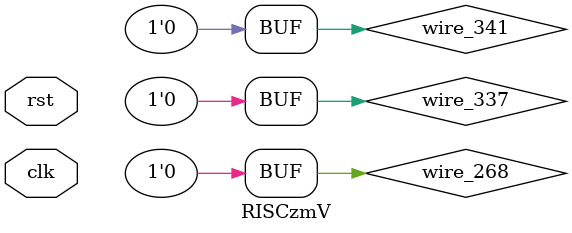
<source format=v>
module RISCzmV (clk, rst);
  parameter UUID = 0;
  parameter NAME = "";
  input wire clk;
  input wire rst;


  TC_Ram # (.UUID(64'd98204067416641251 ^ UUID), .WORD_WIDTH(64'd64), .WORD_COUNT(64'd1030360)) Ram_0 (.clk(clk), .rst(rst), .load(wire_286), .save(wire_286), .address(wire_25[31:0]), .in0(wire_241), .in1(64'd0), .in2(64'd0), .in3(64'd0), .out0(wire_0), .out1(), .out2(), .out3());
  TC_FileLoader # (.UUID(64'd2878462717155625984 ^ UUID), .DEFAULT_FILE_NAME("turning-complete-riscv")) FileLoader_1 (.clk(clk), .rst(rst), .en(wire_133), .address(wire_414), .out(wire_323));
  TC_Register # (.UUID(64'd1203092348560168365 ^ UUID), .BIT_WIDTH(64'd64)) Register64_2 (.clk(clk), .rst(rst), .load(wire_165), .save(wire_153), .in(wire_323), .out(wire_66));
  TC_Equal # (.UUID(64'd3062847367553117909 ^ UUID), .BIT_WIDTH(64'd64)) Equal64_3 (.in0(64'd0), .in1(wire_66), .out(wire_153));
  TC_Mux # (.UUID(64'd1930940828089793147 ^ UUID), .BIT_WIDTH(64'd64)) Mux64_4 (.sel(wire_320), .in0(wire_136), .in1(wire_400), .out(wire_414));
  TC_Constant # (.UUID(64'd3380699531870645725 ^ UUID), .BIT_WIDTH(64'd64), .value(64'hFFFFFFFFFFFFFFFF)) Constant64_5 (.out(wire_136));
  TC_And # (.UUID(64'd1858582780564394731 ^ UUID), .BIT_WIDTH(64'd1)) And_6 (.in0(wire_210), .in1(wire_64), .out(wire_151));
  TC_Not # (.UUID(64'd1927697609643890799 ^ UUID), .BIT_WIDTH(64'd1)) Not_7 (.in(wire_153), .out(wire_210));
  TC_Constant # (.UUID(64'd4353625534986538219 ^ UUID), .BIT_WIDTH(64'd1), .value(1'd1)) On_8 (.out(wire_165));
  TC_Not # (.UUID(64'd155787763123756012 ^ UUID), .BIT_WIDTH(64'd1)) Not_9 (.in(wire_153), .out(wire_320));
  TC_Not # (.UUID(64'd4583681398335491468 ^ UUID), .BIT_WIDTH(64'd1)) Not_10 (.in(wire_151), .out(wire_133));
  TC_Halt # (.UUID(64'd3915690226323091877 ^ UUID), .HALT_MESSAGE("Instruction Decoder Error")) Halt_11 (.clk(clk), .rst(rst), .en(wire_384));
  TC_Halt # (.UUID(64'd2599441231298045646 ^ UUID), .HALT_MESSAGE("ALU Error")) Halt_12 (.clk(clk), .rst(rst), .en(wire_395));
  TC_Or # (.UUID(64'd2434705228045369708 ^ UUID), .BIT_WIDTH(64'd1)) Or_13 (.in0(wire_317), .in1(wire_157), .out(wire_107));
  TC_Halt # (.UUID(64'd1082213053476870366 ^ UUID), .HALT_MESSAGE("Program Loaded")) Halt_14 (.clk(clk), .rst(rst), .en(1'd0));
  TC_DelayLine # (.UUID(64'd3290414157599741036 ^ UUID), .BIT_WIDTH(64'd1)) DelayLine1_15 (.clk(clk), .rst(rst), .in(wire_151), .out(wire_349));
  TC_Xor # (.UUID(64'd3191129607970482768 ^ UUID), .BIT_WIDTH(64'd1)) Xor_16 (.in0(wire_349), .in1(wire_151), .out());
  TC_Constant # (.UUID(64'd310464359691240818 ^ UUID), .BIT_WIDTH(64'd32), .value(32'h1000)) Constant32_17 (.out(wire_325));
  TC_Or # (.UUID(64'd3157666206962771571 ^ UUID), .BIT_WIDTH(64'd1)) Or_18 (.in0(wire_153), .in1(wire_151), .out(wire_218));
  TC_Counter # (.UUID(64'd913859885921307876 ^ UUID), .BIT_WIDTH(64'd64), .count(64'd8)) Counter64_19 (.clk(clk), .rst(rst), .save(wire_218), .in(wire_66), .out(wire_310));
  TC_Constant # (.UUID(64'd1803058630330213009 ^ UUID), .BIT_WIDTH(64'd64), .value(64'h0)) Constant64_20 (.out(wire_232));
  TC_Add # (.UUID(64'd765698919337433620 ^ UUID), .BIT_WIDTH(64'd64)) Add64_21 (.in0(wire_310), .in1(wire_232), .ci(1'd0), .out(wire_400), .co());
  TC_LessU # (.UUID(64'd3522453922805080720 ^ UUID), .BIT_WIDTH(64'd64)) LessU64_22 (.in0(wire_400), .in1(wire_66), .out(wire_226));
  TC_Not # (.UUID(64'd2083959471467750465 ^ UUID), .BIT_WIDTH(64'd1)) Not_23 (.in(wire_226), .out(wire_64));
  TC_And # (.UUID(64'd2384575025999119233 ^ UUID), .BIT_WIDTH(64'd1)) And_24 (.in0(wire_151), .in1(wire_182), .out(wire_373));
  TC_Mux # (.UUID(64'd4053199106919888041 ^ UUID), .BIT_WIDTH(64'd32)) Mux32_25 (.sel(wire_356), .in0(wire_109[31:0]), .in1(wire_174), .out(wire_243));
  TC_Not # (.UUID(64'd2511006902236747738 ^ UUID), .BIT_WIDTH(64'd1)) Not_26 (.in(wire_182), .out(wire_356));
  TC_Or # (.UUID(64'd916758513425679763 ^ UUID), .BIT_WIDTH(64'd1)) Or_27 (.in0(wire_314), .in1(wire_90), .out(wire_317));
  TC_Mux # (.UUID(64'd2044231173657355104 ^ UUID), .BIT_WIDTH(64'd8)) Mux8_28 (.sel(wire_151), .in0(wire_224), .in1(wire_108), .out(wire_231));
  TC_Mux # (.UUID(64'd2032211576538499296 ^ UUID), .BIT_WIDTH(64'd8)) Mux8_29 (.sel(wire_151), .in0(wire_326), .in1(wire_306), .out(wire_115));
  TC_Constant # (.UUID(64'd686405128408528809 ^ UUID), .BIT_WIDTH(64'd8), .value(8'h0)) Constant8_30 (.out(wire_224));
  TC_Constant # (.UUID(64'd2123028207882148082 ^ UUID), .BIT_WIDTH(64'd8), .value(8'h8)) Constant8_31 (.out(wire_326));
  TC_Mux # (.UUID(64'd2721024215629092200 ^ UUID), .BIT_WIDTH(64'd64)) Mux64_32 (.sel(wire_151), .in0(wire_310), .in1({{32{1'b0}}, wire_33 }), .out(wire_62));
  TC_Mux # (.UUID(64'd192770063111330505 ^ UUID), .BIT_WIDTH(64'd64)) Mux64_33 (.sel(wire_151), .in0(wire_323), .in1({{32{1'b0}}, wire_1 }), .out(wire_9));
  TC_And # (.UUID(64'd3849349637502455647 ^ UUID), .BIT_WIDTH(64'd1)) And_34 (.in0(wire_151), .in1(wire_185), .out(wire_261));
  TC_Not # (.UUID(64'd993212363916678177 ^ UUID), .BIT_WIDTH(64'd1)) Not_35 (.in(wire_356), .out(wire_185));
  TC_Splitter32 # (.UUID(64'd1492107866582490488 ^ UUID)) Splitter32_36 (.in(wire_243), .out0(), .out1(), .out2(wire_217), .out3());
  TC_Splitter8 # (.UUID(64'd3327209537799980802 ^ UUID)) Splitter8_37 (.in(wire_217), .out0(), .out1(), .out2(), .out3(), .out4(wire_335), .out5(), .out6(), .out7());
  TC_Halt # (.UUID(64'd769548899855801389 ^ UUID), .HALT_MESSAGE("Test Failed")) Halt_38 (.clk(clk), .rst(rst), .en(wire_164));
  TC_And # (.UUID(64'd4286157878935432209 ^ UUID), .BIT_WIDTH(64'd1)) And_39 (.in0(wire_237), .in1(wire_335), .out(wire_164));
  TC_And # (.UUID(64'd3980779742889827357 ^ UUID), .BIT_WIDTH(64'd1)) And_40 (.in0(wire_237), .in1(wire_380), .out(wire_360));
  TC_Not # (.UUID(64'd977160974774792269 ^ UUID), .BIT_WIDTH(64'd1)) Not_41 (.in(wire_335), .out(wire_380));
  TC_Counter # (.UUID(64'd1389921540193080113 ^ UUID), .BIT_WIDTH(64'd32), .count(32'd1)) Counter32_42 (.clk(clk), .rst(rst), .save(wire_391), .in(wire_329), .out(wire_329));
  TC_Not # (.UUID(64'd63554530343823950 ^ UUID), .BIT_WIDTH(64'd1)) Not_43 (.in(wire_360), .out(wire_391));
  TC_Console # (.UUID(64'd3687955947483314541 ^ UUID)) Console_44 (.clk(clk), .rst(rst), .offset(wire_293));
  TC_Constant # (.UUID(64'd3178684649331147699 ^ UUID), .BIT_WIDTH(64'd32), .value(32'h400)) Constant32_45 (.out(wire_293));
  TC_Constant # (.UUID(64'd3399871130822417032 ^ UUID), .BIT_WIDTH(64'd32), .value(32'h0)) Constant32_46 (.out(wire_448));
  TC_Equal # (.UUID(64'd550695988771256162 ^ UUID), .BIT_WIDTH(64'd32)) Equal32_47 (.in0(wire_33), .in1(wire_448), .out(wire_440));
  TC_Halt # (.UUID(64'd2984768372604569257 ^ UUID), .HALT_MESSAGE("Breakpoint")) Halt_48 (.clk(clk), .rst(rst), .en(wire_440));
  TC_Switch # (.UUID(64'd1263814109437966602 ^ UUID), .BIT_WIDTH(64'd64)) Switch64_49 (.en(wire_286), .in(wire_0), .out(wire_29_0));
  TC_LessU # (.UUID(64'd2726535354240853256 ^ UUID), .BIT_WIDTH(64'd64)) LessU64_50 (.in0(wire_62), .in1(wire_345), .out(wire_286));
  TC_Constant # (.UUID(64'd1233951608221554714 ^ UUID), .BIT_WIDTH(64'd64), .value(64'hFF000000)) Constant64_51 (.out(wire_345));
  TC_Not # (.UUID(64'd1039692102739057368 ^ UUID), .BIT_WIDTH(64'd1)) Not_52 (.in(wire_286), .out(wire_36));
  TC_Equal # (.UUID(64'd1910671886081223482 ^ UUID), .BIT_WIDTH(64'd64)) Equal64_53 (.in0(wire_62), .in1(wire_416), .out(wire_307));
  TC_Constant # (.UUID(64'd3670082939622378505 ^ UUID), .BIT_WIDTH(64'd64), .value(64'hFF000100)) Constant64_54 (.out(wire_416));
  TC_And # (.UUID(64'd3820054277743105768 ^ UUID), .BIT_WIDTH(64'd1)) And_55 (.in0(wire_36), .in1(wire_307), .out(wire_197));
  TC_Switch # (.UUID(64'd314070488467476831 ^ UUID), .BIT_WIDTH(64'd64)) Switch64_56 (.en(wire_197), .in({{48{1'b0}}, wire_369 }), .out(wire_29_1));
  TC_Timing # (.UUID(64'd3367404360086462607 ^ UUID)) Timing_57 (.en(wire_370), .out(wire_29_2));
  TC_Equal # (.UUID(64'd396815649411487662 ^ UUID), .BIT_WIDTH(64'd64)) Equal64_58 (.in0(wire_62), .in1(wire_98), .out(wire_212));
  TC_Constant # (.UUID(64'd632468375258568612 ^ UUID), .BIT_WIDTH(64'd64), .value(64'hFF000200)) Constant64_59 (.out(wire_98));
  TC_And # (.UUID(64'd3883096592534712930 ^ UUID), .BIT_WIDTH(64'd1)) And_60 (.in0(wire_36), .in1(wire_212), .out(wire_370));
  TC_Maker16 # (.UUID(64'd1967257727895694274 ^ UUID)) Maker16_61 (.in0({{7{1'b0}}, wire_268 }), .in1(wire_201), .out(wire_369));
  TC_Shl # (.UUID(64'd1589164205674529769 ^ UUID), .BIT_WIDTH(64'd8)) Shl8_62 (.in({{7{1'b0}}, wire_337 }), .shift(wire_437), .out(wire_415));
  TC_Constant # (.UUID(64'd62967053956405745 ^ UUID), .BIT_WIDTH(64'd8), .value(8'h1)) Constant8_63 (.out(wire_437));
  TC_Or # (.UUID(64'd416113240382239360 ^ UUID), .BIT_WIDTH(64'd8)) Or8_64 (.in0(wire_415), .in1({{7{1'b0}}, wire_341 }), .out(wire_201));
  TC_Constant # (.UUID(64'd378759622486388439 ^ UUID), .BIT_WIDTH(64'd64), .value(64'hFF006301)) Constant64_65 (.out(wire_338));
  TC_Constant # (.UUID(64'd4312411360349976773 ^ UUID), .BIT_WIDTH(64'd64), .value(64'hFF0002FF)) Constant64_66 (.out(wire_346));
  TC_LessU # (.UUID(64'd3095779165657668680 ^ UUID), .BIT_WIDTH(64'd64)) LessU64_67 (.in0(wire_346), .in1(wire_62), .out(wire_287));
  TC_LessU # (.UUID(64'd1791836493397789689 ^ UUID), .BIT_WIDTH(64'd64)) LessU64_68 (.in0(wire_62), .in1(wire_338), .out(wire_189));
  TC_And # (.UUID(64'd2636987386574953250 ^ UUID), .BIT_WIDTH(64'd1)) And_69 (.in0(wire_287), .in1(wire_189), .out(wire_403));
  TC_Shr # (.UUID(64'd3207325135725610088 ^ UUID), .BIT_WIDTH(64'd64)) Shr64_70 (.in(wire_62), .shift(wire_431), .out(wire_411));
  TC_Constant # (.UUID(64'd3459684029060330791 ^ UUID), .BIT_WIDTH(64'd8), .value(8'h2)) Constant8_71 (.out(wire_431));
  TC_Add # (.UUID(64'd2236239263451235497 ^ UUID), .BIT_WIDTH(64'd64)) Add64_72 (.in0(wire_411), .in1(wire_383), .ci(1'd0), .out(wire_100), .co());
  TC_Constant # (.UUID(64'd1626638495718484720 ^ UUID), .BIT_WIDTH(64'd64), .value(64'hFFFFFFFFC03FFF40)) Constant64_73 (.out(wire_383));
  TC_DotMatrixDisplay # (.UUID(64'd4245692389190270041 ^ UUID)) DotMatrixDisplay_74 (.clk(clk), .rst(rst), .en_y(wire_14[0:0]), .en_x(wire_26[0:0]), .color_info(wire_14), .pixel_info(wire_26));
  TC_DotMatrixDisplay # (.UUID(64'd1081087944869677309 ^ UUID)) DotMatrixDisplay_75 (.clk(clk), .rst(rst), .en_y(wire_106[0:0]), .en_x(wire_26[0:0]), .color_info(wire_106), .pixel_info(wire_26));
  TC_DotMatrixDisplay # (.UUID(64'd2014305234788474288 ^ UUID)) DotMatrixDisplay_76 (.clk(clk), .rst(rst), .en_y(wire_52[0:0]), .en_x(wire_26[0:0]), .color_info(wire_52), .pixel_info(wire_26));
  TC_DotMatrixDisplay # (.UUID(64'd1250514568413918296 ^ UUID)) DotMatrixDisplay_77 (.clk(clk), .rst(rst), .en_y(wire_58[0:0]), .en_x(wire_26[0:0]), .color_info(wire_58), .pixel_info(wire_26));
  TC_DotMatrixDisplay # (.UUID(64'd4061792430659240502 ^ UUID)) DotMatrixDisplay_78 (.clk(clk), .rst(rst), .en_y(wire_23[0:0]), .en_x(wire_26[0:0]), .color_info(wire_23), .pixel_info(wire_26));
  TC_DotMatrixDisplay # (.UUID(64'd3071246575142680608 ^ UUID)) DotMatrixDisplay_79 (.clk(clk), .rst(rst), .en_y(wire_68[0:0]), .en_x(wire_26[0:0]), .color_info(wire_68), .pixel_info(wire_26));
  TC_DotMatrixDisplay # (.UUID(64'd3295334999887271511 ^ UUID)) DotMatrixDisplay_80 (.clk(clk), .rst(rst), .en_y(wire_79[0:0]), .en_x(wire_26[0:0]), .color_info(wire_79), .pixel_info(wire_26));
  TC_DotMatrixDisplay # (.UUID(64'd1871017718047496943 ^ UUID)) DotMatrixDisplay_81 (.clk(clk), .rst(rst), .en_y(wire_38[0:0]), .en_x(wire_26[0:0]), .color_info(wire_38), .pixel_info(wire_26));
  TC_DotMatrixDisplay # (.UUID(64'd2664915947813833550 ^ UUID)) DotMatrixDisplay_82 (.clk(clk), .rst(rst), .en_y(wire_55[0:0]), .en_x(wire_26[0:0]), .color_info(wire_55), .pixel_info(wire_26));
  TC_DotMatrixDisplay # (.UUID(64'd3825264023869012084 ^ UUID)) DotMatrixDisplay_83 (.clk(clk), .rst(rst), .en_y(wire_10[0:0]), .en_x(wire_26[0:0]), .color_info(wire_10), .pixel_info(wire_26));
  TC_DotMatrixDisplay # (.UUID(64'd629835669602455866 ^ UUID)) DotMatrixDisplay_84 (.clk(clk), .rst(rst), .en_y(wire_86[0:0]), .en_x(wire_26[0:0]), .color_info(wire_86), .pixel_info(wire_26));
  TC_DotMatrixDisplay # (.UUID(64'd847161699868994951 ^ UUID)) DotMatrixDisplay_85 (.clk(clk), .rst(rst), .en_y(wire_76[0:0]), .en_x(wire_26[0:0]), .color_info(wire_76), .pixel_info(wire_26));
  TC_DotMatrixDisplay # (.UUID(64'd2130616956542995063 ^ UUID)) DotMatrixDisplay_86 (.clk(clk), .rst(rst), .en_y(wire_85[0:0]), .en_x(wire_26[0:0]), .color_info(wire_85), .pixel_info(wire_26));
  TC_DotMatrixDisplay # (.UUID(64'd2711165688276813194 ^ UUID)) DotMatrixDisplay_87 (.clk(clk), .rst(rst), .en_y(wire_34[0:0]), .en_x(wire_26[0:0]), .color_info(wire_34), .pixel_info(wire_26));
  TC_DotMatrixDisplay # (.UUID(64'd1269560416894204461 ^ UUID)) DotMatrixDisplay_88 (.clk(clk), .rst(rst), .en_y(wire_22[0:0]), .en_x(wire_26[0:0]), .color_info(wire_22), .pixel_info(wire_26));
  TC_DotMatrixDisplay # (.UUID(64'd3526909426203271252 ^ UUID)) DotMatrixDisplay_89 (.clk(clk), .rst(rst), .en_y(wire_39[0:0]), .en_x(wire_26[0:0]), .color_info(wire_39), .pixel_info(wire_26));
  TC_DotMatrixDisplay # (.UUID(64'd1847294820130042127 ^ UUID)) DotMatrixDisplay_90 (.clk(clk), .rst(rst), .en_y(wire_14[0:0]), .en_x(wire_24[0:0]), .color_info(wire_14), .pixel_info(wire_24));
  TC_DotMatrixDisplay # (.UUID(64'd199253922724809882 ^ UUID)) DotMatrixDisplay_91 (.clk(clk), .rst(rst), .en_y(wire_106[0:0]), .en_x(wire_24[0:0]), .color_info(wire_106), .pixel_info(wire_24));
  TC_DotMatrixDisplay # (.UUID(64'd1667339508018048744 ^ UUID)) DotMatrixDisplay_92 (.clk(clk), .rst(rst), .en_y(wire_52[0:0]), .en_x(wire_24[0:0]), .color_info(wire_52), .pixel_info(wire_24));
  TC_DotMatrixDisplay # (.UUID(64'd1872596990519231642 ^ UUID)) DotMatrixDisplay_93 (.clk(clk), .rst(rst), .en_y(wire_58[0:0]), .en_x(wire_24[0:0]), .color_info(wire_58), .pixel_info(wire_24));
  TC_DotMatrixDisplay # (.UUID(64'd3762393731378683491 ^ UUID)) DotMatrixDisplay_94 (.clk(clk), .rst(rst), .en_y(wire_23[0:0]), .en_x(wire_24[0:0]), .color_info(wire_23), .pixel_info(wire_24));
  TC_DotMatrixDisplay # (.UUID(64'd3447451469009434368 ^ UUID)) DotMatrixDisplay_95 (.clk(clk), .rst(rst), .en_y(wire_68[0:0]), .en_x(wire_24[0:0]), .color_info(wire_68), .pixel_info(wire_24));
  TC_DotMatrixDisplay # (.UUID(64'd1557597890283114420 ^ UUID)) DotMatrixDisplay_96 (.clk(clk), .rst(rst), .en_y(wire_79[0:0]), .en_x(wire_24[0:0]), .color_info(wire_79), .pixel_info(wire_24));
  TC_DotMatrixDisplay # (.UUID(64'd1741251584214982772 ^ UUID)) DotMatrixDisplay_97 (.clk(clk), .rst(rst), .en_y(wire_38[0:0]), .en_x(wire_24[0:0]), .color_info(wire_38), .pixel_info(wire_24));
  TC_DotMatrixDisplay # (.UUID(64'd1378104951951587866 ^ UUID)) DotMatrixDisplay_98 (.clk(clk), .rst(rst), .en_y(wire_55[0:0]), .en_x(wire_24[0:0]), .color_info(wire_55), .pixel_info(wire_24));
  TC_DotMatrixDisplay # (.UUID(64'd4173621311689271022 ^ UUID)) DotMatrixDisplay_99 (.clk(clk), .rst(rst), .en_y(wire_10[0:0]), .en_x(wire_24[0:0]), .color_info(wire_10), .pixel_info(wire_24));
  TC_DotMatrixDisplay # (.UUID(64'd430601579600007200 ^ UUID)) DotMatrixDisplay_100 (.clk(clk), .rst(rst), .en_y(wire_86[0:0]), .en_x(wire_24[0:0]), .color_info(wire_86), .pixel_info(wire_24));
  TC_DotMatrixDisplay # (.UUID(64'd2254006063250506991 ^ UUID)) DotMatrixDisplay_101 (.clk(clk), .rst(rst), .en_y(wire_76[0:0]), .en_x(wire_24[0:0]), .color_info(wire_76), .pixel_info(wire_24));
  TC_DotMatrixDisplay # (.UUID(64'd1888159867266837123 ^ UUID)) DotMatrixDisplay_102 (.clk(clk), .rst(rst), .en_y(wire_85[0:0]), .en_x(wire_24[0:0]), .color_info(wire_85), .pixel_info(wire_24));
  TC_DotMatrixDisplay # (.UUID(64'd1958363186366712055 ^ UUID)) DotMatrixDisplay_103 (.clk(clk), .rst(rst), .en_y(wire_34[0:0]), .en_x(wire_24[0:0]), .color_info(wire_34), .pixel_info(wire_24));
  TC_DotMatrixDisplay # (.UUID(64'd2041128009341724824 ^ UUID)) DotMatrixDisplay_104 (.clk(clk), .rst(rst), .en_y(wire_22[0:0]), .en_x(wire_24[0:0]), .color_info(wire_22), .pixel_info(wire_24));
  TC_DotMatrixDisplay # (.UUID(64'd3382347561032158534 ^ UUID)) DotMatrixDisplay_105 (.clk(clk), .rst(rst), .en_y(wire_39[0:0]), .en_x(wire_24[0:0]), .color_info(wire_39), .pixel_info(wire_24));
  TC_DotMatrixDisplay # (.UUID(64'd1602173510156883661 ^ UUID)) DotMatrixDisplay_106 (.clk(clk), .rst(rst), .en_y(wire_14[0:0]), .en_x(wire_42[0:0]), .color_info(wire_14), .pixel_info(wire_42));
  TC_DotMatrixDisplay # (.UUID(64'd1558734432975654504 ^ UUID)) DotMatrixDisplay_107 (.clk(clk), .rst(rst), .en_y(wire_106[0:0]), .en_x(wire_42[0:0]), .color_info(wire_106), .pixel_info(wire_42));
  TC_DotMatrixDisplay # (.UUID(64'd1844899675411949500 ^ UUID)) DotMatrixDisplay_108 (.clk(clk), .rst(rst), .en_y(wire_52[0:0]), .en_x(wire_42[0:0]), .color_info(wire_52), .pixel_info(wire_42));
  TC_DotMatrixDisplay # (.UUID(64'd2753421226125773168 ^ UUID)) DotMatrixDisplay_109 (.clk(clk), .rst(rst), .en_y(wire_58[0:0]), .en_x(wire_42[0:0]), .color_info(wire_58), .pixel_info(wire_42));
  TC_DotMatrixDisplay # (.UUID(64'd1043017127660876480 ^ UUID)) DotMatrixDisplay_110 (.clk(clk), .rst(rst), .en_y(wire_23[0:0]), .en_x(wire_42[0:0]), .color_info(wire_23), .pixel_info(wire_42));
  TC_DotMatrixDisplay # (.UUID(64'd2598571183317024345 ^ UUID)) DotMatrixDisplay_111 (.clk(clk), .rst(rst), .en_y(wire_68[0:0]), .en_x(wire_42[0:0]), .color_info(wire_68), .pixel_info(wire_42));
  TC_DotMatrixDisplay # (.UUID(64'd807767532488760335 ^ UUID)) DotMatrixDisplay_112 (.clk(clk), .rst(rst), .en_y(wire_79[0:0]), .en_x(wire_42[0:0]), .color_info(wire_79), .pixel_info(wire_42));
  TC_DotMatrixDisplay # (.UUID(64'd1328285229437952766 ^ UUID)) DotMatrixDisplay_113 (.clk(clk), .rst(rst), .en_y(wire_38[0:0]), .en_x(wire_42[0:0]), .color_info(wire_38), .pixel_info(wire_42));
  TC_DotMatrixDisplay # (.UUID(64'd1078419801499832407 ^ UUID)) DotMatrixDisplay_114 (.clk(clk), .rst(rst), .en_y(wire_55[0:0]), .en_x(wire_42[0:0]), .color_info(wire_55), .pixel_info(wire_42));
  TC_DotMatrixDisplay # (.UUID(64'd1384507883605792292 ^ UUID)) DotMatrixDisplay_115 (.clk(clk), .rst(rst), .en_y(wire_10[0:0]), .en_x(wire_42[0:0]), .color_info(wire_10), .pixel_info(wire_42));
  TC_DotMatrixDisplay # (.UUID(64'd491542944227860794 ^ UUID)) DotMatrixDisplay_116 (.clk(clk), .rst(rst), .en_y(wire_86[0:0]), .en_x(wire_42[0:0]), .color_info(wire_86), .pixel_info(wire_42));
  TC_DotMatrixDisplay # (.UUID(64'd4013440861536287816 ^ UUID)) DotMatrixDisplay_117 (.clk(clk), .rst(rst), .en_y(wire_76[0:0]), .en_x(wire_42[0:0]), .color_info(wire_76), .pixel_info(wire_42));
  TC_DotMatrixDisplay # (.UUID(64'd1345021795193577811 ^ UUID)) DotMatrixDisplay_118 (.clk(clk), .rst(rst), .en_y(wire_85[0:0]), .en_x(wire_42[0:0]), .color_info(wire_85), .pixel_info(wire_42));
  TC_DotMatrixDisplay # (.UUID(64'd3448147012112863839 ^ UUID)) DotMatrixDisplay_119 (.clk(clk), .rst(rst), .en_y(wire_34[0:0]), .en_x(wire_42[0:0]), .color_info(wire_34), .pixel_info(wire_42));
  TC_DotMatrixDisplay # (.UUID(64'd3991347083632783865 ^ UUID)) DotMatrixDisplay_120 (.clk(clk), .rst(rst), .en_y(wire_22[0:0]), .en_x(wire_42[0:0]), .color_info(wire_22), .pixel_info(wire_42));
  TC_DotMatrixDisplay # (.UUID(64'd1438929833035091957 ^ UUID)) DotMatrixDisplay_121 (.clk(clk), .rst(rst), .en_y(wire_39[0:0]), .en_x(wire_42[0:0]), .color_info(wire_39), .pixel_info(wire_42));
  TC_DotMatrixDisplay # (.UUID(64'd3507520420270208770 ^ UUID)) DotMatrixDisplay_122 (.clk(clk), .rst(rst), .en_y(wire_14[0:0]), .en_x(wire_44[0:0]), .color_info(wire_14), .pixel_info(wire_44));
  TC_DotMatrixDisplay # (.UUID(64'd1784882512189347093 ^ UUID)) DotMatrixDisplay_123 (.clk(clk), .rst(rst), .en_y(wire_106[0:0]), .en_x(wire_44[0:0]), .color_info(wire_106), .pixel_info(wire_44));
  TC_DotMatrixDisplay # (.UUID(64'd2122312382829692208 ^ UUID)) DotMatrixDisplay_124 (.clk(clk), .rst(rst), .en_y(wire_52[0:0]), .en_x(wire_44[0:0]), .color_info(wire_52), .pixel_info(wire_44));
  TC_DotMatrixDisplay # (.UUID(64'd3141905182129353877 ^ UUID)) DotMatrixDisplay_125 (.clk(clk), .rst(rst), .en_y(wire_58[0:0]), .en_x(wire_44[0:0]), .color_info(wire_58), .pixel_info(wire_44));
  TC_DotMatrixDisplay # (.UUID(64'd3473597012091497710 ^ UUID)) DotMatrixDisplay_126 (.clk(clk), .rst(rst), .en_y(wire_23[0:0]), .en_x(wire_44[0:0]), .color_info(wire_23), .pixel_info(wire_44));
  TC_DotMatrixDisplay # (.UUID(64'd1808490368191185449 ^ UUID)) DotMatrixDisplay_127 (.clk(clk), .rst(rst), .en_y(wire_68[0:0]), .en_x(wire_44[0:0]), .color_info(wire_68), .pixel_info(wire_44));
  TC_DotMatrixDisplay # (.UUID(64'd1562987427505910492 ^ UUID)) DotMatrixDisplay_128 (.clk(clk), .rst(rst), .en_y(wire_79[0:0]), .en_x(wire_44[0:0]), .color_info(wire_79), .pixel_info(wire_44));
  TC_DotMatrixDisplay # (.UUID(64'd1963694696365273293 ^ UUID)) DotMatrixDisplay_129 (.clk(clk), .rst(rst), .en_y(wire_38[0:0]), .en_x(wire_44[0:0]), .color_info(wire_38), .pixel_info(wire_44));
  TC_DotMatrixDisplay # (.UUID(64'd3452649505164889566 ^ UUID)) DotMatrixDisplay_130 (.clk(clk), .rst(rst), .en_y(wire_55[0:0]), .en_x(wire_44[0:0]), .color_info(wire_55), .pixel_info(wire_44));
  TC_DotMatrixDisplay # (.UUID(64'd4074866046846024365 ^ UUID)) DotMatrixDisplay_131 (.clk(clk), .rst(rst), .en_y(wire_10[0:0]), .en_x(wire_44[0:0]), .color_info(wire_10), .pixel_info(wire_44));
  TC_DotMatrixDisplay # (.UUID(64'd3421062344287591638 ^ UUID)) DotMatrixDisplay_132 (.clk(clk), .rst(rst), .en_y(wire_86[0:0]), .en_x(wire_44[0:0]), .color_info(wire_86), .pixel_info(wire_44));
  TC_DotMatrixDisplay # (.UUID(64'd1656817259187101187 ^ UUID)) DotMatrixDisplay_133 (.clk(clk), .rst(rst), .en_y(wire_76[0:0]), .en_x(wire_44[0:0]), .color_info(wire_76), .pixel_info(wire_44));
  TC_DotMatrixDisplay # (.UUID(64'd1828136908011057645 ^ UUID)) DotMatrixDisplay_134 (.clk(clk), .rst(rst), .en_y(wire_85[0:0]), .en_x(wire_44[0:0]), .color_info(wire_85), .pixel_info(wire_44));
  TC_DotMatrixDisplay # (.UUID(64'd3938622764814591470 ^ UUID)) DotMatrixDisplay_135 (.clk(clk), .rst(rst), .en_y(wire_34[0:0]), .en_x(wire_44[0:0]), .color_info(wire_34), .pixel_info(wire_44));
  TC_DotMatrixDisplay # (.UUID(64'd3977226084215625849 ^ UUID)) DotMatrixDisplay_136 (.clk(clk), .rst(rst), .en_y(wire_22[0:0]), .en_x(wire_44[0:0]), .color_info(wire_22), .pixel_info(wire_44));
  TC_DotMatrixDisplay # (.UUID(64'd3624336617201189335 ^ UUID)) DotMatrixDisplay_137 (.clk(clk), .rst(rst), .en_y(wire_39[0:0]), .en_x(wire_44[0:0]), .color_info(wire_39), .pixel_info(wire_44));
  TC_DotMatrixDisplay # (.UUID(64'd1051202942619435355 ^ UUID)) DotMatrixDisplay_138 (.clk(clk), .rst(rst), .en_y(wire_14[0:0]), .en_x(wire_2[0:0]), .color_info(wire_14), .pixel_info(wire_2));
  TC_DotMatrixDisplay # (.UUID(64'd1155289762323060933 ^ UUID)) DotMatrixDisplay_139 (.clk(clk), .rst(rst), .en_y(wire_106[0:0]), .en_x(wire_2[0:0]), .color_info(wire_106), .pixel_info(wire_2));
  TC_DotMatrixDisplay # (.UUID(64'd4519341567349756337 ^ UUID)) DotMatrixDisplay_140 (.clk(clk), .rst(rst), .en_y(wire_52[0:0]), .en_x(wire_2[0:0]), .color_info(wire_52), .pixel_info(wire_2));
  TC_DotMatrixDisplay # (.UUID(64'd2722966304414546736 ^ UUID)) DotMatrixDisplay_141 (.clk(clk), .rst(rst), .en_y(wire_58[0:0]), .en_x(wire_2[0:0]), .color_info(wire_58), .pixel_info(wire_2));
  TC_DotMatrixDisplay # (.UUID(64'd209028992023888191 ^ UUID)) DotMatrixDisplay_142 (.clk(clk), .rst(rst), .en_y(wire_23[0:0]), .en_x(wire_2[0:0]), .color_info(wire_23), .pixel_info(wire_2));
  TC_DotMatrixDisplay # (.UUID(64'd1240341250017908700 ^ UUID)) DotMatrixDisplay_143 (.clk(clk), .rst(rst), .en_y(wire_68[0:0]), .en_x(wire_2[0:0]), .color_info(wire_68), .pixel_info(wire_2));
  TC_DotMatrixDisplay # (.UUID(64'd3929540560851822745 ^ UUID)) DotMatrixDisplay_144 (.clk(clk), .rst(rst), .en_y(wire_79[0:0]), .en_x(wire_2[0:0]), .color_info(wire_79), .pixel_info(wire_2));
  TC_DotMatrixDisplay # (.UUID(64'd3966679511028762021 ^ UUID)) DotMatrixDisplay_145 (.clk(clk), .rst(rst), .en_y(wire_38[0:0]), .en_x(wire_2[0:0]), .color_info(wire_38), .pixel_info(wire_2));
  TC_DotMatrixDisplay # (.UUID(64'd69502193858986266 ^ UUID)) DotMatrixDisplay_146 (.clk(clk), .rst(rst), .en_y(wire_55[0:0]), .en_x(wire_2[0:0]), .color_info(wire_55), .pixel_info(wire_2));
  TC_DotMatrixDisplay # (.UUID(64'd41038936696827963 ^ UUID)) DotMatrixDisplay_147 (.clk(clk), .rst(rst), .en_y(wire_10[0:0]), .en_x(wire_2[0:0]), .color_info(wire_10), .pixel_info(wire_2));
  TC_DotMatrixDisplay # (.UUID(64'd2054359701663655273 ^ UUID)) DotMatrixDisplay_148 (.clk(clk), .rst(rst), .en_y(wire_86[0:0]), .en_x(wire_2[0:0]), .color_info(wire_86), .pixel_info(wire_2));
  TC_DotMatrixDisplay # (.UUID(64'd2424292374505990024 ^ UUID)) DotMatrixDisplay_149 (.clk(clk), .rst(rst), .en_y(wire_76[0:0]), .en_x(wire_2[0:0]), .color_info(wire_76), .pixel_info(wire_2));
  TC_DotMatrixDisplay # (.UUID(64'd1922480469082329831 ^ UUID)) DotMatrixDisplay_150 (.clk(clk), .rst(rst), .en_y(wire_85[0:0]), .en_x(wire_2[0:0]), .color_info(wire_85), .pixel_info(wire_2));
  TC_DotMatrixDisplay # (.UUID(64'd3477201688326722707 ^ UUID)) DotMatrixDisplay_151 (.clk(clk), .rst(rst), .en_y(wire_34[0:0]), .en_x(wire_2[0:0]), .color_info(wire_34), .pixel_info(wire_2));
  TC_DotMatrixDisplay # (.UUID(64'd3497841040434478899 ^ UUID)) DotMatrixDisplay_152 (.clk(clk), .rst(rst), .en_y(wire_22[0:0]), .en_x(wire_2[0:0]), .color_info(wire_22), .pixel_info(wire_2));
  TC_DotMatrixDisplay # (.UUID(64'd1983868183368881738 ^ UUID)) DotMatrixDisplay_153 (.clk(clk), .rst(rst), .en_y(wire_39[0:0]), .en_x(wire_2[0:0]), .color_info(wire_39), .pixel_info(wire_2));
  TC_DotMatrixDisplay # (.UUID(64'd1429891968970895491 ^ UUID)) DotMatrixDisplay_154 (.clk(clk), .rst(rst), .en_y(wire_14[0:0]), .en_x(wire_30[0:0]), .color_info(wire_14), .pixel_info(wire_30));
  TC_DotMatrixDisplay # (.UUID(64'd143829235001463726 ^ UUID)) DotMatrixDisplay_155 (.clk(clk), .rst(rst), .en_y(wire_106[0:0]), .en_x(wire_30[0:0]), .color_info(wire_106), .pixel_info(wire_30));
  TC_DotMatrixDisplay # (.UUID(64'd112444896658137125 ^ UUID)) DotMatrixDisplay_156 (.clk(clk), .rst(rst), .en_y(wire_52[0:0]), .en_x(wire_30[0:0]), .color_info(wire_52), .pixel_info(wire_30));
  TC_DotMatrixDisplay # (.UUID(64'd2701201058716092627 ^ UUID)) DotMatrixDisplay_157 (.clk(clk), .rst(rst), .en_y(wire_58[0:0]), .en_x(wire_30[0:0]), .color_info(wire_58), .pixel_info(wire_30));
  TC_DotMatrixDisplay # (.UUID(64'd1729038379468812768 ^ UUID)) DotMatrixDisplay_158 (.clk(clk), .rst(rst), .en_y(wire_23[0:0]), .en_x(wire_30[0:0]), .color_info(wire_23), .pixel_info(wire_30));
  TC_DotMatrixDisplay # (.UUID(64'd94168968341889190 ^ UUID)) DotMatrixDisplay_159 (.clk(clk), .rst(rst), .en_y(wire_68[0:0]), .en_x(wire_30[0:0]), .color_info(wire_68), .pixel_info(wire_30));
  TC_DotMatrixDisplay # (.UUID(64'd2683831824093842119 ^ UUID)) DotMatrixDisplay_160 (.clk(clk), .rst(rst), .en_y(wire_79[0:0]), .en_x(wire_30[0:0]), .color_info(wire_79), .pixel_info(wire_30));
  TC_DotMatrixDisplay # (.UUID(64'd2426582617545712316 ^ UUID)) DotMatrixDisplay_161 (.clk(clk), .rst(rst), .en_y(wire_38[0:0]), .en_x(wire_30[0:0]), .color_info(wire_38), .pixel_info(wire_30));
  TC_DotMatrixDisplay # (.UUID(64'd703010574784385063 ^ UUID)) DotMatrixDisplay_162 (.clk(clk), .rst(rst), .en_y(wire_55[0:0]), .en_x(wire_30[0:0]), .color_info(wire_55), .pixel_info(wire_30));
  TC_DotMatrixDisplay # (.UUID(64'd4494316196581305812 ^ UUID)) DotMatrixDisplay_163 (.clk(clk), .rst(rst), .en_y(wire_10[0:0]), .en_x(wire_30[0:0]), .color_info(wire_10), .pixel_info(wire_30));
  TC_DotMatrixDisplay # (.UUID(64'd3916490575512509304 ^ UUID)) DotMatrixDisplay_164 (.clk(clk), .rst(rst), .en_y(wire_86[0:0]), .en_x(wire_30[0:0]), .color_info(wire_86), .pixel_info(wire_30));
  TC_DotMatrixDisplay # (.UUID(64'd2751814764301207852 ^ UUID)) DotMatrixDisplay_165 (.clk(clk), .rst(rst), .en_y(wire_76[0:0]), .en_x(wire_30[0:0]), .color_info(wire_76), .pixel_info(wire_30));
  TC_DotMatrixDisplay # (.UUID(64'd4469838669328512932 ^ UUID)) DotMatrixDisplay_166 (.clk(clk), .rst(rst), .en_y(wire_85[0:0]), .en_x(wire_30[0:0]), .color_info(wire_85), .pixel_info(wire_30));
  TC_DotMatrixDisplay # (.UUID(64'd3408293338592194612 ^ UUID)) DotMatrixDisplay_167 (.clk(clk), .rst(rst), .en_y(wire_34[0:0]), .en_x(wire_30[0:0]), .color_info(wire_34), .pixel_info(wire_30));
  TC_DotMatrixDisplay # (.UUID(64'd199805756176147134 ^ UUID)) DotMatrixDisplay_168 (.clk(clk), .rst(rst), .en_y(wire_22[0:0]), .en_x(wire_30[0:0]), .color_info(wire_22), .pixel_info(wire_30));
  TC_DotMatrixDisplay # (.UUID(64'd2141840590039932523 ^ UUID)) DotMatrixDisplay_169 (.clk(clk), .rst(rst), .en_y(wire_39[0:0]), .en_x(wire_30[0:0]), .color_info(wire_39), .pixel_info(wire_30));
  TC_DotMatrixDisplay # (.UUID(64'd3855379692753837257 ^ UUID)) DotMatrixDisplay_170 (.clk(clk), .rst(rst), .en_y(wire_14[0:0]), .en_x(wire_104[0:0]), .color_info(wire_14), .pixel_info(wire_104));
  TC_DotMatrixDisplay # (.UUID(64'd2531282466371223794 ^ UUID)) DotMatrixDisplay_171 (.clk(clk), .rst(rst), .en_y(wire_106[0:0]), .en_x(wire_104[0:0]), .color_info(wire_106), .pixel_info(wire_104));
  TC_DotMatrixDisplay # (.UUID(64'd3266338675676829761 ^ UUID)) DotMatrixDisplay_172 (.clk(clk), .rst(rst), .en_y(wire_52[0:0]), .en_x(wire_104[0:0]), .color_info(wire_52), .pixel_info(wire_104));
  TC_DotMatrixDisplay # (.UUID(64'd4389367126554349096 ^ UUID)) DotMatrixDisplay_173 (.clk(clk), .rst(rst), .en_y(wire_58[0:0]), .en_x(wire_104[0:0]), .color_info(wire_58), .pixel_info(wire_104));
  TC_DotMatrixDisplay # (.UUID(64'd4464643644768383458 ^ UUID)) DotMatrixDisplay_174 (.clk(clk), .rst(rst), .en_y(wire_23[0:0]), .en_x(wire_104[0:0]), .color_info(wire_23), .pixel_info(wire_104));
  TC_DotMatrixDisplay # (.UUID(64'd2316679577792341300 ^ UUID)) DotMatrixDisplay_175 (.clk(clk), .rst(rst), .en_y(wire_68[0:0]), .en_x(wire_104[0:0]), .color_info(wire_68), .pixel_info(wire_104));
  TC_DotMatrixDisplay # (.UUID(64'd1284989749365717974 ^ UUID)) DotMatrixDisplay_176 (.clk(clk), .rst(rst), .en_y(wire_79[0:0]), .en_x(wire_104[0:0]), .color_info(wire_79), .pixel_info(wire_104));
  TC_DotMatrixDisplay # (.UUID(64'd3358879124586778308 ^ UUID)) DotMatrixDisplay_177 (.clk(clk), .rst(rst), .en_y(wire_38[0:0]), .en_x(wire_104[0:0]), .color_info(wire_38), .pixel_info(wire_104));
  TC_DotMatrixDisplay # (.UUID(64'd3892470599579388761 ^ UUID)) DotMatrixDisplay_178 (.clk(clk), .rst(rst), .en_y(wire_55[0:0]), .en_x(wire_104[0:0]), .color_info(wire_55), .pixel_info(wire_104));
  TC_DotMatrixDisplay # (.UUID(64'd2409555869879819577 ^ UUID)) DotMatrixDisplay_179 (.clk(clk), .rst(rst), .en_y(wire_10[0:0]), .en_x(wire_104[0:0]), .color_info(wire_10), .pixel_info(wire_104));
  TC_DotMatrixDisplay # (.UUID(64'd2470242801042046595 ^ UUID)) DotMatrixDisplay_180 (.clk(clk), .rst(rst), .en_y(wire_86[0:0]), .en_x(wire_104[0:0]), .color_info(wire_86), .pixel_info(wire_104));
  TC_DotMatrixDisplay # (.UUID(64'd4444749580746722924 ^ UUID)) DotMatrixDisplay_181 (.clk(clk), .rst(rst), .en_y(wire_76[0:0]), .en_x(wire_104[0:0]), .color_info(wire_76), .pixel_info(wire_104));
  TC_DotMatrixDisplay # (.UUID(64'd2244020422625260257 ^ UUID)) DotMatrixDisplay_182 (.clk(clk), .rst(rst), .en_y(wire_85[0:0]), .en_x(wire_104[0:0]), .color_info(wire_85), .pixel_info(wire_104));
  TC_DotMatrixDisplay # (.UUID(64'd3298188220166804620 ^ UUID)) DotMatrixDisplay_183 (.clk(clk), .rst(rst), .en_y(wire_34[0:0]), .en_x(wire_104[0:0]), .color_info(wire_34), .pixel_info(wire_104));
  TC_DotMatrixDisplay # (.UUID(64'd137780235944102946 ^ UUID)) DotMatrixDisplay_184 (.clk(clk), .rst(rst), .en_y(wire_22[0:0]), .en_x(wire_104[0:0]), .color_info(wire_22), .pixel_info(wire_104));
  TC_DotMatrixDisplay # (.UUID(64'd346284501654386559 ^ UUID)) DotMatrixDisplay_185 (.clk(clk), .rst(rst), .en_y(wire_39[0:0]), .en_x(wire_104[0:0]), .color_info(wire_39), .pixel_info(wire_104));
  TC_DotMatrixDisplay # (.UUID(64'd114465287468131338 ^ UUID)) DotMatrixDisplay_186 (.clk(clk), .rst(rst), .en_y(wire_14[0:0]), .en_x(wire_91[0:0]), .color_info(wire_14), .pixel_info(wire_91));
  TC_DotMatrixDisplay # (.UUID(64'd527271392111862154 ^ UUID)) DotMatrixDisplay_187 (.clk(clk), .rst(rst), .en_y(wire_106[0:0]), .en_x(wire_91[0:0]), .color_info(wire_106), .pixel_info(wire_91));
  TC_DotMatrixDisplay # (.UUID(64'd1364848831498191197 ^ UUID)) DotMatrixDisplay_188 (.clk(clk), .rst(rst), .en_y(wire_52[0:0]), .en_x(wire_91[0:0]), .color_info(wire_52), .pixel_info(wire_91));
  TC_DotMatrixDisplay # (.UUID(64'd1949485794081205826 ^ UUID)) DotMatrixDisplay_189 (.clk(clk), .rst(rst), .en_y(wire_58[0:0]), .en_x(wire_91[0:0]), .color_info(wire_58), .pixel_info(wire_91));
  TC_DotMatrixDisplay # (.UUID(64'd1516290122148093922 ^ UUID)) DotMatrixDisplay_190 (.clk(clk), .rst(rst), .en_y(wire_23[0:0]), .en_x(wire_91[0:0]), .color_info(wire_23), .pixel_info(wire_91));
  TC_DotMatrixDisplay # (.UUID(64'd1208061358446223542 ^ UUID)) DotMatrixDisplay_191 (.clk(clk), .rst(rst), .en_y(wire_68[0:0]), .en_x(wire_91[0:0]), .color_info(wire_68), .pixel_info(wire_91));
  TC_DotMatrixDisplay # (.UUID(64'd1801161967132270202 ^ UUID)) DotMatrixDisplay_192 (.clk(clk), .rst(rst), .en_y(wire_79[0:0]), .en_x(wire_91[0:0]), .color_info(wire_79), .pixel_info(wire_91));
  TC_DotMatrixDisplay # (.UUID(64'd2045142587737685395 ^ UUID)) DotMatrixDisplay_193 (.clk(clk), .rst(rst), .en_y(wire_38[0:0]), .en_x(wire_91[0:0]), .color_info(wire_38), .pixel_info(wire_91));
  TC_DotMatrixDisplay # (.UUID(64'd2448973839005186099 ^ UUID)) DotMatrixDisplay_194 (.clk(clk), .rst(rst), .en_y(wire_55[0:0]), .en_x(wire_91[0:0]), .color_info(wire_55), .pixel_info(wire_91));
  TC_DotMatrixDisplay # (.UUID(64'd3541848710978226558 ^ UUID)) DotMatrixDisplay_195 (.clk(clk), .rst(rst), .en_y(wire_10[0:0]), .en_x(wire_91[0:0]), .color_info(wire_10), .pixel_info(wire_91));
  TC_DotMatrixDisplay # (.UUID(64'd4052483778756570721 ^ UUID)) DotMatrixDisplay_196 (.clk(clk), .rst(rst), .en_y(wire_86[0:0]), .en_x(wire_91[0:0]), .color_info(wire_86), .pixel_info(wire_91));
  TC_DotMatrixDisplay # (.UUID(64'd3617339000090961038 ^ UUID)) DotMatrixDisplay_197 (.clk(clk), .rst(rst), .en_y(wire_76[0:0]), .en_x(wire_91[0:0]), .color_info(wire_76), .pixel_info(wire_91));
  TC_DotMatrixDisplay # (.UUID(64'd870007035309902639 ^ UUID)) DotMatrixDisplay_198 (.clk(clk), .rst(rst), .en_y(wire_85[0:0]), .en_x(wire_91[0:0]), .color_info(wire_85), .pixel_info(wire_91));
  TC_DotMatrixDisplay # (.UUID(64'd2064733774029395729 ^ UUID)) DotMatrixDisplay_199 (.clk(clk), .rst(rst), .en_y(wire_34[0:0]), .en_x(wire_91[0:0]), .color_info(wire_34), .pixel_info(wire_91));
  TC_DotMatrixDisplay # (.UUID(64'd2409151620052632979 ^ UUID)) DotMatrixDisplay_200 (.clk(clk), .rst(rst), .en_y(wire_22[0:0]), .en_x(wire_91[0:0]), .color_info(wire_22), .pixel_info(wire_91));
  TC_DotMatrixDisplay # (.UUID(64'd3264256391491672189 ^ UUID)) DotMatrixDisplay_201 (.clk(clk), .rst(rst), .en_y(wire_39[0:0]), .en_x(wire_91[0:0]), .color_info(wire_39), .pixel_info(wire_91));
  Instructionz_Decoder # (.UUID(64'd2879907105418065125 ^ UUID)) Instructionz_Decoder_202 (.clk(clk), .rst(rst), .Input(wire_243), .Enabled(wire_261), .ALU(wire_90), .Control(wire_93), .Memory_Read(wire_141), .Fence(wire_418), .System(wire_237), .Error(wire_384));
  Programz_Counter # (.UUID(64'd4003924343034246755 ^ UUID)) Programz_Counter_203 (.clk(clk), .rst(rst), .Input(wire_325), .Override(wire_281), .Enable(wire_373), .Value(wire_227), .Output(wire_105));
  Controlz_Block # (.UUID(64'd3143867639452171112 ^ UUID)) Controlz_Block_204 (.clk(clk), .rst(rst), .Instruction(wire_243), .Register_1(wire_15), .Register_2(wire_256), .Enabled(wire_93), .PC(wire_105), .Register_Out(wire_1_1), .Write_Register(wire_157), .PC_Out(wire_227), .Should_Jump(wire_281));
  ALU # (.UUID(64'd2776056562894842104 ^ UUID)) ALU_205 (.clk(clk), .rst(rst), .Register_1(wire_15), .Register_2(wire_256), .Instruction(wire_243), .Enable(wire_90), .PC(wire_105), .Error(wire_395), .Output(wire_1_0));
  Displayz_Controller # (.UUID(64'd2341064131763610923 ^ UUID)) Displayz_Controller_206 (.clk(clk), .rst(rst), .Value(wire_9[31:0]), .Enable(wire_403), .Address(wire_100[31:0]), .Output_1(wire_14), .Output_2(wire_106), .Output_3(wire_52), .Output_4(wire_58), .Output_5(wire_23), .Output_6(wire_68), .Output_7(wire_79), .Output_8(wire_38), .Output_9(wire_55), .Output_10(wire_10), .Output_11(wire_86), .Output_12(wire_76), .Output_13(wire_85), .Output_14(wire_34), .Output_15(wire_22), .Output_16(wire_39), .Output_17(wire_26), .Output_18(wire_24), .Output_19(wire_42), .Output_20(wire_44), .Output_21(wire_2), .Output_22(wire_30), .Output_23(wire_104), .Output_24(wire_91));
  TC_Splitter32 # (.UUID(64'd2772194238259801067 ^ UUID)) Splitter32_207 (.in(wire_322), .out0(wire_321), .out1(wire_82), .out2(), .out3());
  TC_Switch # (.UUID(64'd3249943738321454775 ^ UUID), .BIT_WIDTH(64'd32)) Switch32_208 (.en(wire_355), .in(wire_137), .out(wire_322));
  TC_Splitter8 # (.UUID(64'd1406322775684055465 ^ UUID)) Splitter8_209 (.in(wire_321), .out0(), .out1(), .out2(), .out3(), .out4(), .out5(), .out6(), .out7(wire_288));
  TC_Splitter8 # (.UUID(64'd2176169810335608793 ^ UUID)) Splitter8_210 (.in(wire_82), .out0(wire_340), .out1(wire_102), .out2(wire_195), .out3(wire_71), .out4(), .out5(), .out6(), .out7());
  TC_Splitter32 # (.UUID(64'd2122703970950031676 ^ UUID)) Splitter32_211 (.in(wire_137), .out0(), .out1(wire_275), .out2(wire_318), .out3());
  TC_Splitter8 # (.UUID(64'd2766344383163818103 ^ UUID)) Splitter8_212 (.in(wire_275), .out0(), .out1(), .out2(), .out3(), .out4(), .out5(), .out6(), .out7(wire_84));
  TC_Splitter8 # (.UUID(64'd693403901791489341 ^ UUID)) Splitter8_213 (.in(wire_318), .out0(wire_332), .out1(wire_220), .out2(wire_301), .out3(wire_449), .out4(), .out5(), .out6(), .out7());
  TC_Splitter32 # (.UUID(64'd2382784469017292456 ^ UUID)) Splitter32_214 (.in(wire_137), .out0(), .out1(), .out2(wire_316), .out3(wire_298));
  TC_Splitter8 # (.UUID(64'd1544065967333299809 ^ UUID)) Splitter8_215 (.in(wire_316), .out0(), .out1(), .out2(), .out3(), .out4(wire_364), .out5(wire_382), .out6(wire_158), .out7(wire_343));
  TC_Splitter8 # (.UUID(64'd3539257858633878690 ^ UUID)) Splitter8_216 (.in(wire_298), .out0(wire_363), .out1(), .out2(), .out3(), .out4(), .out5(), .out6(), .out7());
  TC_Register # (.UUID(64'd2434775662967180197 ^ UUID), .BIT_WIDTH(64'd32)) Register32_217 (.clk(clk), .rst(rst), .load(wire_442), .save(wire_312), .in(wire_1), .out(wire_53));
  TC_Constant # (.UUID(64'd1802124805265315764 ^ UUID), .BIT_WIDTH(64'd1), .value(1'd1)) On_218 (.out(wire_442));
  TC_Register # (.UUID(64'd1476595443994256450 ^ UUID), .BIT_WIDTH(64'd32)) Register32_219 (.clk(clk), .rst(rst), .load(wire_302), .save(wire_194), .in(wire_1), .out(wire_214));
  TC_Constant # (.UUID(64'd906466517651869234 ^ UUID), .BIT_WIDTH(64'd1), .value(1'd1)) On_220 (.out(wire_302));
  TC_Register # (.UUID(64'd2873357547679377394 ^ UUID), .BIT_WIDTH(64'd32)) Register32_221 (.clk(clk), .rst(rst), .load(wire_412), .save(wire_239), .in(wire_1), .out(wire_176));
  TC_Constant # (.UUID(64'd3666464021175878387 ^ UUID), .BIT_WIDTH(64'd1), .value(1'd1)) On_222 (.out(wire_412));
  TC_Register # (.UUID(64'd561277027413541936 ^ UUID), .BIT_WIDTH(64'd32)) Register32_223 (.clk(clk), .rst(rst), .load(wire_420), .save(wire_225), .in(wire_1), .out(wire_135));
  TC_Constant # (.UUID(64'd4050205726037109794 ^ UUID), .BIT_WIDTH(64'd1), .value(1'd1)) On_224 (.out(wire_420));
  TC_Register # (.UUID(64'd3403507603070574860 ^ UUID), .BIT_WIDTH(64'd32)) Register32_225 (.clk(clk), .rst(rst), .load(wire_83), .save(wire_352), .in(wire_1), .out(wire_118));
  TC_Constant # (.UUID(64'd2178507116231302121 ^ UUID), .BIT_WIDTH(64'd1), .value(1'd1)) On_226 (.out(wire_83));
  TC_Register # (.UUID(64'd1426880244683972691 ^ UUID), .BIT_WIDTH(64'd32)) Register32_227 (.clk(clk), .rst(rst), .load(wire_207), .save(wire_271), .in(wire_1), .out(wire_173));
  TC_Constant # (.UUID(64'd3825326989900596455 ^ UUID), .BIT_WIDTH(64'd1), .value(1'd1)) On_228 (.out(wire_207));
  TC_Register # (.UUID(64'd1433639157801468264 ^ UUID), .BIT_WIDTH(64'd32)) Register32_229 (.clk(clk), .rst(rst), .load(wire_178), .save(wire_428), .in(wire_1), .out(wire_45));
  TC_Constant # (.UUID(64'd292725899645715216 ^ UUID), .BIT_WIDTH(64'd1), .value(1'd1)) On_230 (.out(wire_178));
  TC_Splitter8 # (.UUID(64'd1653133521485656185 ^ UUID)) Splitter8_231 (.in(wire_274), .out0(), .out1(wire_312), .out2(wire_194), .out3(wire_239), .out4(wire_225), .out5(wire_352), .out6(wire_271), .out7(wire_428));
  TC_Splitter32 # (.UUID(64'd1690400056863910564 ^ UUID)) Splitter32_232 (.in(wire_78), .out0(wire_274), .out1(wire_148), .out2(wire_32), .out3(wire_216));
  TC_Register # (.UUID(64'd2143354438073683198 ^ UUID), .BIT_WIDTH(64'd32)) Register32_233 (.clk(clk), .rst(rst), .load(wire_327), .save(wire_375), .in(wire_1), .out(wire_215));
  TC_Constant # (.UUID(64'd436819717719264517 ^ UUID), .BIT_WIDTH(64'd1), .value(1'd1)) On_234 (.out(wire_327));
  TC_Register # (.UUID(64'd2590062290789180301 ^ UUID), .BIT_WIDTH(64'd32)) Register32_235 (.clk(clk), .rst(rst), .load(wire_196), .save(wire_278), .in(wire_1), .out(wire_162));
  TC_Constant # (.UUID(64'd2714367564197902483 ^ UUID), .BIT_WIDTH(64'd1), .value(1'd1)) On_236 (.out(wire_196));
  TC_Register # (.UUID(64'd1660484509566904138 ^ UUID), .BIT_WIDTH(64'd32)) Register32_237 (.clk(clk), .rst(rst), .load(wire_334), .save(wire_270), .in(wire_1), .out(wire_116));
  TC_Constant # (.UUID(64'd1855739425211009605 ^ UUID), .BIT_WIDTH(64'd1), .value(1'd1)) On_238 (.out(wire_334));
  TC_Register # (.UUID(64'd2903681585765584581 ^ UUID), .BIT_WIDTH(64'd32)) Register32_239 (.clk(clk), .rst(rst), .load(wire_447), .save(wire_50), .in(wire_1), .out(wire_126));
  TC_Constant # (.UUID(64'd3943230229408446956 ^ UUID), .BIT_WIDTH(64'd1), .value(1'd1)) On_240 (.out(wire_447));
  TC_Register # (.UUID(64'd1154702339103748081 ^ UUID), .BIT_WIDTH(64'd32)) Register32_241 (.clk(clk), .rst(rst), .load(wire_308), .save(wire_120), .in(wire_1), .out(wire_198));
  TC_Constant # (.UUID(64'd2782535415991006015 ^ UUID), .BIT_WIDTH(64'd1), .value(1'd1)) On_242 (.out(wire_308));
  TC_Register # (.UUID(64'd3879850639627936494 ^ UUID), .BIT_WIDTH(64'd32)) Register32_243 (.clk(clk), .rst(rst), .load(wire_401), .save(wire_361), .in(wire_1), .out(wire_88));
  TC_Constant # (.UUID(64'd3274576321670644412 ^ UUID), .BIT_WIDTH(64'd1), .value(1'd1)) On_244 (.out(wire_401));
  TC_Register # (.UUID(64'd750146477149948725 ^ UUID), .BIT_WIDTH(64'd32)) Register32_245 (.clk(clk), .rst(rst), .load(wire_446), .save(wire_354), .in(wire_1), .out(wire_228));
  TC_Constant # (.UUID(64'd4179987660858840768 ^ UUID), .BIT_WIDTH(64'd1), .value(1'd1)) On_246 (.out(wire_446));
  TC_Register # (.UUID(64'd3839315151889669018 ^ UUID), .BIT_WIDTH(64'd32)) Register32_247 (.clk(clk), .rst(rst), .load(wire_357), .save(wire_49), .in(wire_1), .out(wire_111));
  TC_Constant # (.UUID(64'd3591114557495138038 ^ UUID), .BIT_WIDTH(64'd1), .value(1'd1)) On_248 (.out(wire_357));
  TC_Splitter8 # (.UUID(64'd4499458438455487445 ^ UUID)) Splitter8_249 (.in(wire_148), .out0(wire_375), .out1(wire_278), .out2(wire_270), .out3(wire_50), .out4(wire_120), .out5(wire_361), .out6(wire_354), .out7(wire_49));
  TC_Register # (.UUID(64'd2699651052599423094 ^ UUID), .BIT_WIDTH(64'd32)) Register32_250 (.clk(clk), .rst(rst), .load(wire_405), .save(wire_138), .in(wire_1), .out(wire_99));
  TC_Constant # (.UUID(64'd825394209917224559 ^ UUID), .BIT_WIDTH(64'd1), .value(1'd1)) On_251 (.out(wire_405));
  TC_Register # (.UUID(64'd4384947640070513041 ^ UUID), .BIT_WIDTH(64'd32)) Register32_252 (.clk(clk), .rst(rst), .load(wire_61), .save(wire_16), .in(wire_1), .out(wire_63));
  TC_Constant # (.UUID(64'd784266035874962889 ^ UUID), .BIT_WIDTH(64'd1), .value(1'd1)) On_253 (.out(wire_61));
  TC_Register # (.UUID(64'd2229426681918121128 ^ UUID), .BIT_WIDTH(64'd32)) Register32_254 (.clk(clk), .rst(rst), .load(wire_410), .save(wire_101), .in(wire_1), .out(wire_267));
  TC_Constant # (.UUID(64'd152278999248324997 ^ UUID), .BIT_WIDTH(64'd1), .value(1'd1)) On_255 (.out(wire_410));
  TC_Register # (.UUID(64'd3268871637652075343 ^ UUID), .BIT_WIDTH(64'd32)) Register32_256 (.clk(clk), .rst(rst), .load(wire_177), .save(wire_161), .in(wire_1), .out(wire_95));
  TC_Constant # (.UUID(64'd1908821689548691242 ^ UUID), .BIT_WIDTH(64'd1), .value(1'd1)) On_257 (.out(wire_177));
  TC_Register # (.UUID(64'd1970684396627040945 ^ UUID), .BIT_WIDTH(64'd32)) Register32_258 (.clk(clk), .rst(rst), .load(wire_236), .save(wire_139), .in(wire_1), .out(wire_179));
  TC_Constant # (.UUID(64'd4480038280979685486 ^ UUID), .BIT_WIDTH(64'd1), .value(1'd1)) On_259 (.out(wire_236));
  TC_Register # (.UUID(64'd3497136520650075956 ^ UUID), .BIT_WIDTH(64'd32)) Register32_260 (.clk(clk), .rst(rst), .load(wire_259), .save(wire_235), .in(wire_1), .out(wire_21));
  TC_Constant # (.UUID(64'd1621579246550563398 ^ UUID), .BIT_WIDTH(64'd1), .value(1'd1)) On_261 (.out(wire_259));
  TC_Register # (.UUID(64'd1237076464754429007 ^ UUID), .BIT_WIDTH(64'd32)) Register32_262 (.clk(clk), .rst(rst), .load(wire_390), .save(wire_132), .in(wire_1), .out(wire_128));
  TC_Constant # (.UUID(64'd2701540367966331248 ^ UUID), .BIT_WIDTH(64'd1), .value(1'd1)) On_263 (.out(wire_390));
  TC_Register # (.UUID(64'd1951931176718714339 ^ UUID), .BIT_WIDTH(64'd32)) Register32_264 (.clk(clk), .rst(rst), .load(wire_417), .save(wire_47), .in(wire_1), .out(wire_159));
  TC_Constant # (.UUID(64'd3413647735577703717 ^ UUID), .BIT_WIDTH(64'd1), .value(1'd1)) On_265 (.out(wire_417));
  TC_Splitter8 # (.UUID(64'd1256689854284230608 ^ UUID)) Splitter8_266 (.in(wire_32), .out0(wire_138), .out1(wire_16), .out2(wire_101), .out3(wire_161), .out4(wire_139), .out5(wire_235), .out6(wire_132), .out7(wire_47));
  TC_Register # (.UUID(64'd1202578987467448203 ^ UUID), .BIT_WIDTH(64'd32)) Register32_267 (.clk(clk), .rst(rst), .load(wire_377), .save(wire_263), .in(wire_1), .out(wire_110));
  TC_Constant # (.UUID(64'd1548053689714413518 ^ UUID), .BIT_WIDTH(64'd1), .value(1'd1)) On_268 (.out(wire_377));
  TC_Register # (.UUID(64'd4537541985681412933 ^ UUID), .BIT_WIDTH(64'd32)) Register32_269 (.clk(clk), .rst(rst), .load(wire_407), .save(wire_234), .in(wire_1), .out(wire_249));
  TC_Constant # (.UUID(64'd2882491480880030580 ^ UUID), .BIT_WIDTH(64'd1), .value(1'd1)) On_270 (.out(wire_407));
  TC_Register # (.UUID(64'd3004932813165070893 ^ UUID), .BIT_WIDTH(64'd32)) Register32_271 (.clk(clk), .rst(rst), .load(wire_397), .save(wire_57), .in(wire_1), .out(wire_28));
  TC_Constant # (.UUID(64'd1225443957963169271 ^ UUID), .BIT_WIDTH(64'd1), .value(1'd1)) On_272 (.out(wire_397));
  TC_Register # (.UUID(64'd1678989197830856400 ^ UUID), .BIT_WIDTH(64'd32)) Register32_273 (.clk(clk), .rst(rst), .load(wire_404), .save(wire_244), .in(wire_1), .out(wire_37));
  TC_Constant # (.UUID(64'd1594982685616301849 ^ UUID), .BIT_WIDTH(64'd1), .value(1'd1)) On_274 (.out(wire_404));
  TC_Register # (.UUID(64'd1577322723702123335 ^ UUID), .BIT_WIDTH(64'd32)) Register32_275 (.clk(clk), .rst(rst), .load(wire_387), .save(wire_35), .in(wire_1), .out(wire_96));
  TC_Constant # (.UUID(64'd3887081089242553540 ^ UUID), .BIT_WIDTH(64'd1), .value(1'd1)) On_276 (.out(wire_387));
  TC_Register # (.UUID(64'd755291711939798802 ^ UUID), .BIT_WIDTH(64'd32)) Register32_277 (.clk(clk), .rst(rst), .load(wire_92), .save(wire_202), .in(wire_1), .out(wire_3));
  TC_Constant # (.UUID(64'd2103787712320682162 ^ UUID), .BIT_WIDTH(64'd1), .value(1'd1)) On_278 (.out(wire_92));
  TC_Register # (.UUID(64'd1800689002083486681 ^ UUID), .BIT_WIDTH(64'd32)) Register32_279 (.clk(clk), .rst(rst), .load(wire_413), .save(wire_229), .in(wire_1), .out(wire_150));
  TC_Constant # (.UUID(64'd2511022624567749327 ^ UUID), .BIT_WIDTH(64'd1), .value(1'd1)) On_280 (.out(wire_413));
  TC_Register # (.UUID(64'd994756424935798740 ^ UUID), .BIT_WIDTH(64'd32)) Register32_281 (.clk(clk), .rst(rst), .load(wire_358), .save(wire_282), .in(wire_1), .out(wire_221));
  TC_Constant # (.UUID(64'd2795214332012202500 ^ UUID), .BIT_WIDTH(64'd1), .value(1'd1)) On_282 (.out(wire_358));
  TC_Splitter8 # (.UUID(64'd1416078167936227239 ^ UUID)) Splitter8_283 (.in(wire_216), .out0(wire_263), .out1(wire_234), .out2(wire_57), .out3(wire_244), .out4(wire_35), .out5(wire_202), .out6(wire_229), .out7(wire_282));
  TC_Buffer # (.UUID(64'd2795247990498223635 ^ UUID), .BIT_WIDTH(64'd32)) Buffer32_284 (.in(wire_243), .out(wire_137));
  TC_Switch # (.UUID(64'd2309169332765144302 ^ UUID), .BIT_WIDTH(64'd32)) Switch32_285 (.en(wire_77), .in(wire_311), .out(wire_167_4));
  TC_Switch # (.UUID(64'd4273634959314961929 ^ UUID), .BIT_WIDTH(64'd32)) Switch32_286 (.en(wire_27), .in(wire_53), .out(wire_167_2));
  TC_Switch # (.UUID(64'd4067802285386255953 ^ UUID), .BIT_WIDTH(64'd32)) Switch32_287 (.en(wire_266), .in(wire_214), .out(wire_167_0));
  TC_Switch # (.UUID(64'd1273525424053278178 ^ UUID), .BIT_WIDTH(64'd32)) Switch32_288 (.en(wire_262), .in(wire_176), .out(wire_167_1));
  TC_Switch # (.UUID(64'd3315808851101833106 ^ UUID), .BIT_WIDTH(64'd32)) Switch32_289 (.en(wire_253), .in(wire_135), .out(wire_167_3));
  TC_Switch # (.UUID(64'd4398866812963762499 ^ UUID), .BIT_WIDTH(64'd32)) Switch32_290 (.en(wire_170), .in(wire_118), .out(wire_167_5));
  TC_Switch # (.UUID(64'd1809351694222139092 ^ UUID), .BIT_WIDTH(64'd32)) Switch32_291 (.en(wire_124), .in(wire_173), .out(wire_167_6));
  TC_Switch # (.UUID(64'd1083920152741857132 ^ UUID), .BIT_WIDTH(64'd32)) Switch32_292 (.en(wire_59), .in(wire_45), .out(wire_167_7));
  TC_Splitter8 # (.UUID(64'd651420256423447480 ^ UUID)) Splitter8_293 (.in(wire_331), .out0(wire_77), .out1(wire_27), .out2(wire_266), .out3(wire_262), .out4(wire_253), .out5(wire_170), .out6(wire_124), .out7(wire_59));
  TC_Splitter32 # (.UUID(64'd2226110187981876694 ^ UUID)) Splitter32_294 (.in(wire_315), .out0(wire_331), .out1(wire_72), .out2(wire_277), .out3(wire_213));
  TC_Switch # (.UUID(64'd2766902449608102218 ^ UUID), .BIT_WIDTH(64'd32)) Switch32_295 (.en(wire_223), .in(wire_311), .out(wire_70_8));
  TC_Switch # (.UUID(64'd2860593462451573679 ^ UUID), .BIT_WIDTH(64'd32)) Switch32_296 (.en(wire_54), .in(wire_53), .out(wire_70_6));
  TC_Switch # (.UUID(64'd4428495750854660128 ^ UUID), .BIT_WIDTH(64'd32)) Switch32_297 (.en(wire_200), .in(wire_214), .out(wire_70_4));
  TC_Switch # (.UUID(64'd4465516763146188498 ^ UUID), .BIT_WIDTH(64'd32)) Switch32_298 (.en(wire_204), .in(wire_176), .out(wire_70_2));
  TC_Switch # (.UUID(64'd3599770261062141485 ^ UUID), .BIT_WIDTH(64'd32)) Switch32_299 (.en(wire_152), .in(wire_135), .out(wire_70_0));
  TC_Switch # (.UUID(64'd1576641770439589705 ^ UUID), .BIT_WIDTH(64'd32)) Switch32_300 (.en(wire_127), .in(wire_118), .out(wire_70_1));
  TC_Switch # (.UUID(64'd3557889408083951009 ^ UUID), .BIT_WIDTH(64'd32)) Switch32_301 (.en(wire_238), .in(wire_173), .out(wire_70_3));
  TC_Switch # (.UUID(64'd297128742924195800 ^ UUID), .BIT_WIDTH(64'd32)) Switch32_302 (.en(wire_140), .in(wire_45), .out(wire_70_5));
  TC_Splitter8 # (.UUID(64'd3661031462686444805 ^ UUID)) Splitter8_303 (.in(wire_51), .out0(wire_223), .out1(wire_54), .out2(wire_200), .out3(wire_204), .out4(wire_152), .out5(wire_127), .out6(wire_238), .out7(wire_140));
  TC_Splitter32 # (.UUID(64'd4478028120254975927 ^ UUID)) Splitter32_304 (.in(wire_432), .out0(wire_51), .out1(wire_319), .out2(wire_74), .out3(wire_199));
  TC_Switch # (.UUID(64'd2687210642419233272 ^ UUID), .BIT_WIDTH(64'd32)) Switch32_305 (.en(wire_368), .in(wire_215), .out(wire_167_8));
  TC_Switch # (.UUID(64'd2642052529551879137 ^ UUID), .BIT_WIDTH(64'd32)) Switch32_306 (.en(wire_381), .in(wire_162), .out(wire_167_9));
  TC_Switch # (.UUID(64'd2785323812348768480 ^ UUID), .BIT_WIDTH(64'd32)) Switch32_307 (.en(wire_149), .in(wire_116), .out(wire_167_10));
  TC_Switch # (.UUID(64'd1116222274404407078 ^ UUID), .BIT_WIDTH(64'd32)) Switch32_308 (.en(wire_230), .in(wire_126), .out(wire_167_11));
  TC_Switch # (.UUID(64'd398386866777763789 ^ UUID), .BIT_WIDTH(64'd32)) Switch32_309 (.en(wire_103), .in(wire_198), .out(wire_167_12));
  TC_Switch # (.UUID(64'd1733035639828593569 ^ UUID), .BIT_WIDTH(64'd32)) Switch32_310 (.en(wire_402), .in(wire_88), .out(wire_167_13));
  TC_Switch # (.UUID(64'd2051073364864718303 ^ UUID), .BIT_WIDTH(64'd32)) Switch32_311 (.en(wire_134), .in(wire_228), .out(wire_167_14));
  TC_Switch # (.UUID(64'd330581453436973031 ^ UUID), .BIT_WIDTH(64'd32)) Switch32_312 (.en(wire_423), .in(wire_111), .out(wire_167_15));
  TC_Splitter8 # (.UUID(64'd889672390800381668 ^ UUID)) Splitter8_313 (.in(wire_72), .out0(wire_368), .out1(wire_381), .out2(wire_149), .out3(wire_230), .out4(wire_103), .out5(wire_402), .out6(wire_134), .out7(wire_423));
  TC_Switch # (.UUID(64'd2661872456585422251 ^ UUID), .BIT_WIDTH(64'd32)) Switch32_314 (.en(wire_206), .in(wire_215), .out(wire_70_7));
  TC_Switch # (.UUID(64'd1242802444509495187 ^ UUID), .BIT_WIDTH(64'd32)) Switch32_315 (.en(wire_89), .in(wire_162), .out(wire_70_9));
  TC_Switch # (.UUID(64'd4222358155486673059 ^ UUID), .BIT_WIDTH(64'd32)) Switch32_316 (.en(wire_240), .in(wire_116), .out(wire_70_10));
  TC_Switch # (.UUID(64'd2245412691587635604 ^ UUID), .BIT_WIDTH(64'd32)) Switch32_317 (.en(wire_41), .in(wire_126), .out(wire_70_11));
  TC_Switch # (.UUID(64'd4125097606679472433 ^ UUID), .BIT_WIDTH(64'd32)) Switch32_318 (.en(wire_303), .in(wire_198), .out(wire_70_12));
  TC_Switch # (.UUID(64'd1040059646614541790 ^ UUID), .BIT_WIDTH(64'd32)) Switch32_319 (.en(wire_97), .in(wire_88), .out(wire_70_13));
  TC_Switch # (.UUID(64'd2616170767148541986 ^ UUID), .BIT_WIDTH(64'd32)) Switch32_320 (.en(wire_276), .in(wire_228), .out(wire_70_14));
  TC_Switch # (.UUID(64'd862708665044883489 ^ UUID), .BIT_WIDTH(64'd32)) Switch32_321 (.en(wire_374), .in(wire_111), .out(wire_70_15));
  TC_Splitter8 # (.UUID(64'd4406757921817552196 ^ UUID)) Splitter8_322 (.in(wire_319), .out0(wire_206), .out1(wire_89), .out2(wire_240), .out3(wire_41), .out4(wire_303), .out5(wire_97), .out6(wire_276), .out7(wire_374));
  TC_Switch # (.UUID(64'd2933115361403480394 ^ UUID), .BIT_WIDTH(64'd32)) Switch32_323 (.en(wire_309), .in(wire_99), .out(wire_167_16));
  TC_Switch # (.UUID(64'd3666325126359315190 ^ UUID), .BIT_WIDTH(64'd32)) Switch32_324 (.en(wire_219), .in(wire_63), .out(wire_167_17));
  TC_Switch # (.UUID(64'd3454177350459774129 ^ UUID), .BIT_WIDTH(64'd32)) Switch32_325 (.en(wire_299), .in(wire_267), .out(wire_167_18));
  TC_Switch # (.UUID(64'd1302064961008901288 ^ UUID), .BIT_WIDTH(64'd32)) Switch32_326 (.en(wire_398), .in(wire_95), .out(wire_167_19));
  TC_Switch # (.UUID(64'd3050102379920198435 ^ UUID), .BIT_WIDTH(64'd32)) Switch32_327 (.en(wire_12), .in(wire_179), .out(wire_167_20));
  TC_Switch # (.UUID(64'd3248547773758430850 ^ UUID), .BIT_WIDTH(64'd32)) Switch32_328 (.en(wire_426), .in(wire_21), .out(wire_167_21));
  TC_Switch # (.UUID(64'd2392548846227095871 ^ UUID), .BIT_WIDTH(64'd32)) Switch32_329 (.en(wire_5), .in(wire_128), .out(wire_167_22));
  TC_Switch # (.UUID(64'd2108895439525214917 ^ UUID), .BIT_WIDTH(64'd32)) Switch32_330 (.en(wire_290), .in(wire_159), .out(wire_167_23));
  TC_Splitter8 # (.UUID(64'd734113506290029937 ^ UUID)) Splitter8_331 (.in(wire_277), .out0(wire_309), .out1(wire_219), .out2(wire_299), .out3(wire_398), .out4(wire_12), .out5(wire_426), .out6(wire_5), .out7(wire_290));
  TC_Switch # (.UUID(64'd3661124640572735734 ^ UUID), .BIT_WIDTH(64'd32)) Switch32_332 (.en(wire_183), .in(wire_99), .out(wire_70_16));
  TC_Switch # (.UUID(64'd3759680237115020462 ^ UUID), .BIT_WIDTH(64'd32)) Switch32_333 (.en(wire_205), .in(wire_63), .out(wire_70_17));
  TC_Switch # (.UUID(64'd4381238231899394671 ^ UUID), .BIT_WIDTH(64'd32)) Switch32_334 (.en(wire_289), .in(wire_267), .out(wire_70_18));
  TC_Switch # (.UUID(64'd4482953208222832838 ^ UUID), .BIT_WIDTH(64'd32)) Switch32_335 (.en(wire_166), .in(wire_95), .out(wire_70_19));
  TC_Switch # (.UUID(64'd3776606891245099349 ^ UUID), .BIT_WIDTH(64'd32)) Switch32_336 (.en(wire_347), .in(wire_179), .out(wire_70_20));
  TC_Switch # (.UUID(64'd2234887317273419702 ^ UUID), .BIT_WIDTH(64'd32)) Switch32_337 (.en(wire_163), .in(wire_21), .out(wire_70_21));
  TC_Switch # (.UUID(64'd3003219917340010386 ^ UUID), .BIT_WIDTH(64'd32)) Switch32_338 (.en(wire_80), .in(wire_128), .out(wire_70_22));
  TC_Switch # (.UUID(64'd3097210689935334749 ^ UUID), .BIT_WIDTH(64'd32)) Switch32_339 (.en(wire_294), .in(wire_159), .out(wire_70_23));
  TC_Splitter8 # (.UUID(64'd366991715527825476 ^ UUID)) Splitter8_340 (.in(wire_74), .out0(wire_183), .out1(wire_205), .out2(wire_289), .out3(wire_166), .out4(wire_347), .out5(wire_163), .out6(wire_80), .out7(wire_294));
  TC_Switch # (.UUID(64'd3333625114167872620 ^ UUID), .BIT_WIDTH(64'd32)) Switch32_341 (.en(wire_406), .in(wire_110), .out(wire_167_24));
  TC_Switch # (.UUID(64'd2355297711672223846 ^ UUID), .BIT_WIDTH(64'd32)) Switch32_342 (.en(wire_248), .in(wire_249), .out(wire_167_25));
  TC_Switch # (.UUID(64'd592838331050856624 ^ UUID), .BIT_WIDTH(64'd32)) Switch32_343 (.en(wire_112), .in(wire_28), .out(wire_167_26));
  TC_Switch # (.UUID(64'd3767868560430098562 ^ UUID), .BIT_WIDTH(64'd32)) Switch32_344 (.en(wire_252), .in(wire_37), .out(wire_167_27));
  TC_Switch # (.UUID(64'd2192774683783783560 ^ UUID), .BIT_WIDTH(64'd32)) Switch32_345 (.en(wire_292), .in(wire_96), .out(wire_167_28));
  TC_Switch # (.UUID(64'd670078746238553433 ^ UUID), .BIT_WIDTH(64'd32)) Switch32_346 (.en(wire_94), .in(wire_3), .out(wire_167_29));
  TC_Switch # (.UUID(64'd3925537490124508737 ^ UUID), .BIT_WIDTH(64'd32)) Switch32_347 (.en(wire_175), .in(wire_150), .out(wire_167_30));
  TC_Switch # (.UUID(64'd3338338420054904462 ^ UUID), .BIT_WIDTH(64'd32)) Switch32_348 (.en(wire_250), .in(wire_221), .out(wire_167_31));
  TC_Splitter8 # (.UUID(64'd516961720266919740 ^ UUID)) Splitter8_349 (.in(wire_213), .out0(wire_406), .out1(wire_248), .out2(wire_112), .out3(wire_252), .out4(wire_292), .out5(wire_94), .out6(wire_175), .out7(wire_250));
  TC_Switch # (.UUID(64'd4574985456382582030 ^ UUID), .BIT_WIDTH(64'd32)) Switch32_350 (.en(wire_188), .in(wire_110), .out(wire_70_24));
  TC_Switch # (.UUID(64'd2659320976288313996 ^ UUID), .BIT_WIDTH(64'd32)) Switch32_351 (.en(wire_11), .in(wire_249), .out(wire_70_25));
  TC_Switch # (.UUID(64'd3224735037528383850 ^ UUID), .BIT_WIDTH(64'd32)) Switch32_352 (.en(wire_122), .in(wire_28), .out(wire_70_26));
  TC_Switch # (.UUID(64'd1920741343055373206 ^ UUID), .BIT_WIDTH(64'd32)) Switch32_353 (.en(wire_209), .in(wire_37), .out(wire_70_27));
  TC_Switch # (.UUID(64'd4021669768454360472 ^ UUID), .BIT_WIDTH(64'd32)) Switch32_354 (.en(wire_65), .in(wire_96), .out(wire_70_28));
  TC_Switch # (.UUID(64'd1889670277106741446 ^ UUID), .BIT_WIDTH(64'd32)) Switch32_355 (.en(wire_160), .in(wire_3), .out(wire_70_29));
  TC_Switch # (.UUID(64'd3260985352587339952 ^ UUID), .BIT_WIDTH(64'd32)) Switch32_356 (.en(wire_425), .in(wire_150), .out(wire_70_30));
  TC_Switch # (.UUID(64'd2575338778244414098 ^ UUID), .BIT_WIDTH(64'd32)) Switch32_357 (.en(wire_272), .in(wire_221), .out(wire_70_31));
  TC_Splitter8 # (.UUID(64'd4330732377258575308 ^ UUID)) Splitter8_358 (.in(wire_199), .out0(wire_188), .out1(wire_11), .out2(wire_122), .out3(wire_209), .out4(wire_65), .out5(wire_160), .out6(wire_425), .out7(wire_272));
  TC_Buffer # (.UUID(64'd203309114433716697 ^ UUID), .BIT_WIDTH(64'd32)) Buffer32_359 (.in(wire_167), .out(wire_15));
  TC_Buffer # (.UUID(64'd4497935948046771375 ^ UUID), .BIT_WIDTH(64'd32)) Buffer32_360 (.in(wire_70), .out(wire_256));
  TC_Constant # (.UUID(64'd2652289593323316064 ^ UUID), .BIT_WIDTH(64'd32), .value(32'h0)) Constant32_361 (.out(wire_311));
  TC_Buffer # (.UUID(64'd3403365156378003067 ^ UUID), .BIT_WIDTH(64'd1)) Buffer1_362 (.in(wire_107), .out(wire_355));
  TC_Buffer # (.UUID(64'd2078592390335996446 ^ UUID), .BIT_WIDTH(64'd32)) Buffer32_363 (.in(wire_1), .out());
  TC_Buffer # (.UUID(64'd779922314171047114 ^ UUID), .BIT_WIDTH(64'd32)) Buffer32_364 (.in(wire_53), .out(wire_409));
  TC_Buffer # (.UUID(64'd149917869844955214 ^ UUID), .BIT_WIDTH(64'd32)) Buffer32_365 (.in(wire_214), .out(wire_313));
  TC_Buffer # (.UUID(64'd3148727733132701959 ^ UUID), .BIT_WIDTH(64'd32)) Buffer32_366 (.in(wire_176), .out(wire_385));
  TC_Buffer # (.UUID(64'd4478883126463910117 ^ UUID), .BIT_WIDTH(64'd32)) Buffer32_367 (.in(wire_135), .out(wire_131));
  TC_Buffer # (.UUID(64'd1509087869747369071 ^ UUID), .BIT_WIDTH(64'd32)) Buffer32_368 (.in(wire_118), .out(wire_339));
  TC_Buffer # (.UUID(64'd3078292029986845944 ^ UUID), .BIT_WIDTH(64'd32)) Buffer32_369 (.in(wire_173), .out(wire_285));
  TC_Buffer # (.UUID(64'd2931833856900649059 ^ UUID), .BIT_WIDTH(64'd32)) Buffer32_370 (.in(wire_45), .out(wire_191));
  TC_Buffer # (.UUID(64'd3580487990483905896 ^ UUID), .BIT_WIDTH(64'd32)) Buffer32_371 (.in(wire_215), .out(wire_421));
  TC_Buffer # (.UUID(64'd1147538542811540042 ^ UUID), .BIT_WIDTH(64'd32)) Buffer32_372 (.in(wire_162), .out(wire_408));
  TC_Buffer # (.UUID(64'd826894211383350680 ^ UUID), .BIT_WIDTH(64'd32)) Buffer32_373 (.in(wire_116), .out(wire_284));
  TC_Buffer # (.UUID(64'd3771532439236542689 ^ UUID), .BIT_WIDTH(64'd32)) Buffer32_374 (.in(wire_126), .out(wire_60));
  TC_Buffer # (.UUID(64'd853044613490682130 ^ UUID), .BIT_WIDTH(64'd32)) Buffer32_375 (.in(wire_198), .out(wire_353));
  TC_Buffer # (.UUID(64'd1230146387499610852 ^ UUID), .BIT_WIDTH(64'd32)) Buffer32_376 (.in(wire_88), .out(wire_17));
  TC_Buffer # (.UUID(64'd1156530599392149419 ^ UUID), .BIT_WIDTH(64'd32)) Buffer32_377 (.in(wire_228), .out(wire_18));
  TC_Buffer # (.UUID(64'd1385870454688759788 ^ UUID), .BIT_WIDTH(64'd32)) Buffer32_378 (.in(wire_111), .out(wire_379));
  TC_Buffer # (.UUID(64'd435724858089039808 ^ UUID), .BIT_WIDTH(64'd32)) Buffer32_379 (.in(wire_99), .out(wire_386));
  TC_Buffer # (.UUID(64'd2358704279662367987 ^ UUID), .BIT_WIDTH(64'd32)) Buffer32_380 (.in(wire_63), .out(wire_336));
  TC_Buffer # (.UUID(64'd473881130067592486 ^ UUID), .BIT_WIDTH(64'd32)) Buffer32_381 (.in(wire_267), .out(wire_211));
  TC_Buffer # (.UUID(64'd341597032268246022 ^ UUID), .BIT_WIDTH(64'd32)) Buffer32_382 (.in(wire_95), .out(wire_444));
  TC_Buffer # (.UUID(64'd722725231027671654 ^ UUID), .BIT_WIDTH(64'd32)) Buffer32_383 (.in(wire_179), .out(wire_246));
  TC_Buffer # (.UUID(64'd4475455387665777511 ^ UUID), .BIT_WIDTH(64'd32)) Buffer32_384 (.in(wire_21), .out(wire_113));
  TC_Buffer # (.UUID(64'd809532325430816339 ^ UUID), .BIT_WIDTH(64'd32)) Buffer32_385 (.in(wire_128), .out(wire_330));
  TC_Buffer # (.UUID(64'd3225970828693863241 ^ UUID), .BIT_WIDTH(64'd32)) Buffer32_386 (.in(wire_159), .out(wire_365));
  TC_Buffer # (.UUID(64'd1713264642969941712 ^ UUID), .BIT_WIDTH(64'd32)) Buffer32_387 (.in(wire_110), .out(wire_233));
  TC_Buffer # (.UUID(64'd246997092383671131 ^ UUID), .BIT_WIDTH(64'd32)) Buffer32_388 (.in(wire_249), .out(wire_264));
  TC_Buffer # (.UUID(64'd3561534574736112586 ^ UUID), .BIT_WIDTH(64'd32)) Buffer32_389 (.in(wire_28), .out(wire_295));
  TC_Buffer # (.UUID(64'd349573961585296007 ^ UUID), .BIT_WIDTH(64'd32)) Buffer32_390 (.in(wire_37), .out(wire_251));
  TC_Buffer # (.UUID(64'd1370175540667521266 ^ UUID), .BIT_WIDTH(64'd32)) Buffer32_391 (.in(wire_96), .out(wire_181));
  TC_Buffer # (.UUID(64'd4577111249699879360 ^ UUID), .BIT_WIDTH(64'd32)) Buffer32_392 (.in(wire_3), .out(wire_376));
  TC_Buffer # (.UUID(64'd2445382406320351400 ^ UUID), .BIT_WIDTH(64'd32)) Buffer32_393 (.in(wire_150), .out(wire_297));
  TC_Buffer # (.UUID(64'd781538958166454725 ^ UUID), .BIT_WIDTH(64'd32)) Buffer32_394 (.in(wire_221), .out(wire_125));
  TC_Maker8 # (.UUID(64'd3488007923077716303 ^ UUID)) Maker8_395 (.in0(wire_288), .in1(wire_340), .in2(wire_102), .in3(wire_195), .in4(wire_71), .in5(1'd0), .in6(1'd0), .in7(1'd0), .out(wire_117));
  TC_Maker8 # (.UUID(64'd1833178259065145121 ^ UUID)) Maker8_396 (.in0(wire_84), .in1(wire_332), .in2(wire_220), .in3(wire_301), .in4(wire_449), .in5(1'd0), .in6(1'd0), .in7(1'd0), .out(wire_203));
  TC_Maker8 # (.UUID(64'd4057909194347133542 ^ UUID)) Maker8_397 (.in0(wire_364), .in1(wire_382), .in2(wire_158), .in3(wire_343), .in4(wire_363), .in5(1'd0), .in6(1'd0), .in7(1'd0), .out(wire_155));
  TC_Constant # (.UUID(64'd1266887650110149333 ^ UUID), .BIT_WIDTH(64'd1), .value(1'd1)) On_398 (.out(wire_87));
  TC_Shl # (.UUID(64'd3860679339152863391 ^ UUID), .BIT_WIDTH(64'd32)) Shl32_399 (.in({{31{1'b0}}, wire_87 }), .shift(wire_117), .out(wire_78));
  TC_Constant # (.UUID(64'd3110180527670241762 ^ UUID), .BIT_WIDTH(64'd1), .value(1'd1)) On_400 (.out(wire_438));
  TC_Shl # (.UUID(64'd3770848241066039869 ^ UUID), .BIT_WIDTH(64'd32)) Shl32_401 (.in({{31{1'b0}}, wire_438 }), .shift(wire_203), .out(wire_315));
  TC_Constant # (.UUID(64'd2101249925536989277 ^ UUID), .BIT_WIDTH(64'd1), .value(1'd1)) On_402 (.out(wire_342));
  TC_Shl # (.UUID(64'd1748919223126118636 ^ UUID), .BIT_WIDTH(64'd32)) Shl32_403 (.in({{31{1'b0}}, wire_342 }), .shift(wire_155), .out(wire_432));
  TC_Buffer # (.UUID(64'd2824446733315679492 ^ UUID), .BIT_WIDTH(64'd8)) Buffer8_404 (.in(wire_115), .out(wire_351));
  TC_Buffer # (.UUID(64'd3742829896238883482 ^ UUID), .BIT_WIDTH(64'd8)) Buffer8_405 (.in(wire_231), .out(wire_362));
  TC_Buffer # (.UUID(64'd2724346673473456697 ^ UUID), .BIT_WIDTH(64'd64)) Buffer64_406 (.in(wire_9), .out(wire_255));
  TC_Buffer # (.UUID(64'd4429420174311818155 ^ UUID), .BIT_WIDTH(64'd64)) Buffer64_407 (.in(wire_62), .out(wire_208));
  TC_Buffer # (.UUID(64'd3161096343730813467 ^ UUID), .BIT_WIDTH(64'd64)) Buffer64_408 (.in(wire_427), .out(wire_25));
  TC_Buffer # (.UUID(64'd4080693366154061052 ^ UUID), .BIT_WIDTH(64'd64)) Buffer64_409 (.in(wire_73), .out(wire_241));
  TC_Shr # (.UUID(64'd768819421975172603 ^ UUID), .BIT_WIDTH(64'd64)) Shr64_410 (.in(wire_208), .shift(wire_422), .out(wire_427));
  TC_Constant # (.UUID(64'd2185369399685244588 ^ UUID), .BIT_WIDTH(64'd8), .value(8'h3)) Constant8_411 (.out(wire_422));
  TC_And # (.UUID(64'd1674364192246079449 ^ UUID), .BIT_WIDTH(64'd64)) And64_412 (.in0(wire_208), .in1(wire_156), .out(wire_269));
  TC_Constant # (.UUID(64'd3213227198313095996 ^ UUID), .BIT_WIDTH(64'd64), .value(64'h7)) Constant64_413 (.out(wire_156));
  TC_Buffer # (.UUID(64'd925811751658486003 ^ UUID), .BIT_WIDTH(64'd64)) Buffer64_414 (.in(wire_154), .out(wire_109));
  TC_Shr # (.UUID(64'd1364216107044831048 ^ UUID), .BIT_WIDTH(64'd64)) Shr64_415 (.in(wire_280), .shift(wire_81), .out(wire_154));
  TC_And # (.UUID(64'd2639533957149927325 ^ UUID), .BIT_WIDTH(64'd64)) And64_416 (.in0(wire_29), .in1(wire_388), .out(wire_280));
  TC_Not # (.UUID(64'd2391628148256969402 ^ UUID), .BIT_WIDTH(64'd64)) Not64_417 (.in(wire_324), .out(wire_424));
  TC_And # (.UUID(64'd122266305254588552 ^ UUID), .BIT_WIDTH(64'd64)) And64_418 (.in0(wire_424), .in1(wire_29), .out(wire_394));
  TC_Or # (.UUID(64'd237919812159994493 ^ UUID), .BIT_WIDTH(64'd64)) Or64_419 (.in0(wire_43), .in1(wire_394), .out(wire_73));
  TC_And # (.UUID(64'd1717030403840026689 ^ UUID), .BIT_WIDTH(64'd64)) And64_420 (.in0(wire_255), .in1(wire_193), .out(wire_419));
  TC_Buffer # (.UUID(64'd187451873155405380 ^ UUID), .BIT_WIDTH(64'd64)) Buffer64_421 (.in(wire_29), .out());
  TC_Shl # (.UUID(64'd2257392532296178393 ^ UUID), .BIT_WIDTH(64'd64)) Shl64_422 (.in(wire_273), .shift(wire_81), .out(wire_388));
  TC_Shl # (.UUID(64'd3452680584397757071 ^ UUID), .BIT_WIDTH(64'd64)) Shl64_423 (.in(wire_193), .shift(wire_81), .out(wire_324));
  TC_Shl # (.UUID(64'd562267020645338885 ^ UUID), .BIT_WIDTH(64'd64)) Shl64_424 (.in(wire_419), .shift(wire_81), .out(wire_43));
  _64bitz_Selector # (.UUID(64'd837285822481470997 ^ UUID)) _64bitz_Selector_425 (.clk(clk), .rst(rst), .Bytes(wire_362), .Output(wire_273));
  _64bitz_Selector # (.UUID(64'd3236062019093102112 ^ UUID)) _64bitz_Selector_426 (.clk(clk), .rst(rst), .Bytes(wire_351), .Output(wire_193));
  TC_Shl # (.UUID(64'd263565130673154455 ^ UUID), .BIT_WIDTH(64'd8)) Shl8_427 (.in(wire_269[7:0]), .shift(wire_439), .out(wire_81));
  TC_Constant # (.UUID(64'd43642452680328666 ^ UUID), .BIT_WIDTH(64'd8), .value(8'h3)) Constant8_428 (.out(wire_439));
  TC_Buffer # (.UUID(64'd3442681514873585622 ^ UUID), .BIT_WIDTH(64'd32)) Buffer32_429 (.in(wire_15), .out(wire_145));
  TC_Buffer # (.UUID(64'd814663592506655634 ^ UUID), .BIT_WIDTH(64'd32)) Buffer32_430 (.in(wire_256), .out(wire_48));
  TC_Buffer # (.UUID(64'd4192911053225322289 ^ UUID), .BIT_WIDTH(64'd1)) Buffer1_431 (.in(wire_141), .out(wire_258));
  TC_Switch # (.UUID(64'd3008015254934111552 ^ UUID), .BIT_WIDTH(64'd32)) Switch32_432 (.en(wire_367), .in(wire_123), .out(wire_1_2));
  TC_Splitter32 # (.UUID(64'd1450832447418184470 ^ UUID)) Splitter32_433 (.in(wire_168), .out0(wire_435), .out1(wire_180), .out2(), .out3());
  TC_Splitter8 # (.UUID(64'd569486895244707668 ^ UUID)) Splitter8_434 (.in(wire_435), .out0(), .out1(), .out2(), .out3(), .out4(), .out5(wire_130), .out6(), .out7());
  TC_Buffer # (.UUID(64'd121554546992970759 ^ UUID), .BIT_WIDTH(64'd32)) Buffer32_435 (.in(wire_105), .out(wire_142));
  TC_Splitter8 # (.UUID(64'd442772438262865453 ^ UUID)) Splitter8_436 (.in(wire_180), .out0(), .out1(), .out2(), .out3(), .out4(wire_279), .out5(wire_67), .out6(wire_114), .out7());
  TC_Decoder3 # (.UUID(64'd2173384068657890044 ^ UUID)) Decoder3_437 (.dis(1'd0), .sel0(wire_279), .sel1(wire_67), .sel2(wire_114), .out0(wire_146), .out1(wire_348), .out2(wire_31), .out3(wire_6), .out4(wire_245), .out5(wire_121), .out6(wire_434), .out7(wire_119));
  TC_Ashr # (.UUID(64'd4519441965371985183 ^ UUID), .BIT_WIDTH(64'd32)) Ashr32_438 (.in(wire_168), .shift(wire_291), .out(wire_186));
  TC_Constant # (.UUID(64'd2553359768039302569 ^ UUID), .BIT_WIDTH(64'd8), .value(8'h14)) Constant8_439 (.out(wire_291));
  TC_Ashr # (.UUID(64'd1938985463505896238 ^ UUID), .BIT_WIDTH(64'd32)) Ashr32_440 (.in(wire_168), .shift(wire_445), .out(wire_305));
  TC_Constant # (.UUID(64'd2113505211085757844 ^ UUID), .BIT_WIDTH(64'd8), .value(8'h19)) Constant8_441 (.out(wire_445));
  TC_Add # (.UUID(64'd1806826801169682507 ^ UUID), .BIT_WIDTH(64'd32)) Add32_442 (.in0(wire_145), .in1(wire_186), .ci(1'd0), .out(wire_350), .co());
  TC_Buffer # (.UUID(64'd3296931108182422958 ^ UUID), .BIT_WIDTH(64'd8)) Buffer8_443 (.in(wire_429[7:0]), .out(wire_306));
  TC_Switch # (.UUID(64'd3188424604856445666 ^ UUID), .BIT_WIDTH(64'd32)) Switch32_444 (.en(wire_146), .in(wire_359), .out(wire_169_3));
  TC_Splitter32 # (.UUID(64'd4298750993472201539 ^ UUID)) Splitter32_445 (.in(wire_19), .out0(wire_372), .out1(), .out2(), .out3());
  TC_Splitter8 # (.UUID(64'd1132354071000996356 ^ UUID)) Splitter8_446 (.in(wire_372), .out0(), .out1(), .out2(), .out3(), .out4(), .out5(), .out6(), .out7(wire_13));
  TC_Maker32 # (.UUID(64'd1893638985581802478 ^ UUID)) Maker32_447 (.in0(wire_372), .in1(wire_172), .in2(wire_172), .in3(wire_172), .out(wire_359));
  TC_Maker8 # (.UUID(64'd2505817213189423649 ^ UUID)) Maker8_448 (.in0(wire_13), .in1(wire_13), .in2(wire_13), .in3(wire_13), .in4(wire_13), .in5(wire_13), .in6(wire_13), .in7(wire_13), .out(wire_172));
  TC_Splitter32 # (.UUID(64'd4103965242347969359 ^ UUID)) Splitter32_449 (.in(wire_19), .out0(wire_254), .out1(wire_40), .out2(), .out3());
  TC_Splitter8 # (.UUID(64'd2083671351688561564 ^ UUID)) Splitter8_450 (.in(wire_40), .out0(), .out1(), .out2(), .out3(), .out4(), .out5(), .out6(), .out7(wire_4));
  TC_Maker8 # (.UUID(64'd1795792930892414866 ^ UUID)) Maker8_451 (.in0(wire_4), .in1(wire_4), .in2(wire_4), .in3(wire_4), .in4(wire_4), .in5(wire_4), .in6(wire_4), .in7(wire_4), .out(wire_300));
  TC_Maker32 # (.UUID(64'd206357386023687990 ^ UUID)) Maker32_452 (.in0(wire_254), .in1(wire_40), .in2(wire_300), .in3(wire_300), .out(wire_393));
  TC_Switch # (.UUID(64'd2283289723681929728 ^ UUID), .BIT_WIDTH(64'd32)) Switch32_453 (.en(wire_348), .in(wire_393), .out(wire_169_0));
  TC_Switch # (.UUID(64'd1578447547286228622 ^ UUID), .BIT_WIDTH(64'd32)) Switch32_454 (.en(wire_31), .in(wire_19), .out(wire_169_1));
  TC_Switch # (.UUID(64'd3791668145762299402 ^ UUID), .BIT_WIDTH(64'd32)) Switch32_455 (.en(wire_245), .in(wire_378), .out(wire_169_2));
  TC_Switch # (.UUID(64'd4554041588454622461 ^ UUID), .BIT_WIDTH(64'd32)) Switch32_456 (.en(wire_121), .in(wire_8), .out(wire_169_4));
  TC_Add # (.UUID(64'd1625149425280856650 ^ UUID), .BIT_WIDTH(64'd32)) Add32_457 (.in0(wire_145), .in1(wire_260), .ci(1'd0), .out(wire_20), .co());
  TC_Shl # (.UUID(64'd3282922818602697939 ^ UUID), .BIT_WIDTH(64'd32)) Shl32_458 (.in(wire_305), .shift(wire_443), .out(wire_304));
  TC_Constant # (.UUID(64'd3942845999438537981 ^ UUID), .BIT_WIDTH(64'd8), .value(8'h5)) Constant8_459 (.out(wire_443));
  TC_Or # (.UUID(64'd2735627082527286231 ^ UUID), .BIT_WIDTH(64'd32)) Or32_460 (.in0(wire_304), .in1(wire_265), .out(wire_260));
  TC_Shr # (.UUID(64'd839122501473322725 ^ UUID), .BIT_WIDTH(64'd32)) Shr32_461 (.in(wire_168), .shift(wire_433), .out(wire_75));
  TC_Constant # (.UUID(64'd3308612162966646265 ^ UUID), .BIT_WIDTH(64'd8), .value(8'h7)) Constant8_462 (.out(wire_433));
  TC_Constant # (.UUID(64'd2823609753204562993 ^ UUID), .BIT_WIDTH(64'd8), .value(8'h1F)) Constant8_463 (.out(wire_399));
  TC_And # (.UUID(64'd2617873379414410143 ^ UUID), .BIT_WIDTH(64'd32)) And32_464 (.in0(wire_75), .in1({{24{1'b0}}, wire_399 }), .out(wire_265));
  TC_Decoder3 # (.UUID(64'd350899084139630687 ^ UUID)) Decoder3_465 (.dis(1'd0), .sel0(wire_279), .sel1(wire_67), .sel2(wire_114), .out0(wire_171), .out1(wire_328), .out2(wire_222), .out3(), .out4(), .out5(), .out6(), .out7());
  TC_Switch # (.UUID(64'd1812732707729274731 ^ UUID), .BIT_WIDTH(64'd8)) Switch8_466 (.en(wire_171), .in(wire_392), .out(wire_247_0));
  TC_Constant # (.UUID(64'd3738910968182952104 ^ UUID), .BIT_WIDTH(64'd8), .value(8'h1)) Constant8_467 (.out(wire_392));
  TC_Switch # (.UUID(64'd4067772386914195036 ^ UUID), .BIT_WIDTH(64'd8)) Switch8_468 (.en(wire_328), .in(wire_190), .out(wire_247_1));
  TC_Constant # (.UUID(64'd1605021603375967928 ^ UUID), .BIT_WIDTH(64'd8), .value(8'h2)) Constant8_469 (.out(wire_190));
  TC_Switch # (.UUID(64'd1730122275101123611 ^ UUID), .BIT_WIDTH(64'd8)) Switch8_470 (.en(wire_222), .in(wire_371), .out(wire_247_2));
  TC_Constant # (.UUID(64'd1715468856498864266 ^ UUID), .BIT_WIDTH(64'd8), .value(8'h4)) Constant8_471 (.out(wire_371));
  TC_Constant # (.UUID(64'd2976333720201650127 ^ UUID), .BIT_WIDTH(64'd8), .value(8'h1)) Constant8_472 (.out(wire_192));
  TC_Switch # (.UUID(64'd2209381333052485081 ^ UUID), .BIT_WIDTH(64'd8)) Switch8_473 (.en(wire_366), .in(wire_192), .out(wire_184_0));
  TC_Or # (.UUID(64'd1994103989963715350 ^ UUID), .BIT_WIDTH(64'd1)) Or_474 (.in0(wire_146), .in1(wire_245), .out(wire_366));
  TC_Constant # (.UUID(64'd1358490902349266189 ^ UUID), .BIT_WIDTH(64'd8), .value(8'h2)) Constant8_475 (.out(wire_144));
  TC_Switch # (.UUID(64'd4299599623468776896 ^ UUID), .BIT_WIDTH(64'd8)) Switch8_476 (.en(wire_441), .in(wire_144), .out(wire_184_1));
  TC_Or # (.UUID(64'd4012036525874190182 ^ UUID), .BIT_WIDTH(64'd1)) Or_477 (.in0(wire_348), .in1(wire_121), .out(wire_441));
  TC_Constant # (.UUID(64'd2358578198838993326 ^ UUID), .BIT_WIDTH(64'd8), .value(8'h4)) Constant8_478 (.out(wire_396));
  TC_Switch # (.UUID(64'd1025812563839059013 ^ UUID), .BIT_WIDTH(64'd8)) Switch8_479 (.en(wire_31), .in(wire_396), .out(wire_184_2));
  TC_Not # (.UUID(64'd1954730347310721103 ^ UUID), .BIT_WIDTH(64'd1)) Not_480 (.in(wire_130), .out(wire_296));
  TC_Constant # (.UUID(64'd3989431052611746113 ^ UUID), .BIT_WIDTH(64'd8), .value(8'h4)) Constant8_481 (.out(wire_187));
  TC_Switch # (.UUID(64'd1419455945234160340 ^ UUID), .BIT_WIDTH(64'd1)) Switch1_482 (.en(wire_258), .in(wire_296), .out(wire_56));
  TC_Switch # (.UUID(64'd1182382243167072162 ^ UUID), .BIT_WIDTH(64'd1)) Switch1_483 (.en(wire_258), .in(wire_130), .out(wire_257));
  TC_DelayLine # (.UUID(64'd868337229697359879 ^ UUID), .BIT_WIDTH(64'd1)) DelayLine1_484 (.clk(clk), .rst(rst), .in(wire_257), .out(wire_7));
  TC_DelayLine # (.UUID(64'd3074871992927228768 ^ UUID), .BIT_WIDTH(64'd1)) DelayLine1_485 (.clk(clk), .rst(rst), .in(wire_56), .out(wire_143));
  TC_Buffer # (.UUID(64'd3076301426948079881 ^ UUID), .BIT_WIDTH(64'd1)) Buffer1_486 (.in(wire_143), .out(wire_314));
  TC_Mux # (.UUID(64'd3294096435622679339 ^ UUID), .BIT_WIDTH(64'd32)) Mux32_487 (.sel(wire_7), .in0(wire_169), .in1(wire_48), .out(wire_123));
  TC_Or # (.UUID(64'd1874480084249769784 ^ UUID), .BIT_WIDTH(64'd1)) Or_488 (.in0(wire_7), .in1(wire_143), .out(wire_367));
  TC_Nor # (.UUID(64'd275282978308376820 ^ UUID), .BIT_WIDTH(64'd1)) Nor_489 (.in0(wire_7), .in1(wire_143), .out(wire_283));
  TC_DelayLine # (.UUID(64'd88320780327091975 ^ UUID), .BIT_WIDTH(64'd32)) DelayLine32_490 (.clk(clk), .rst(rst), .in(wire_168), .out(wire_147));
  TC_Mux # (.UUID(64'd2285835871575853886 ^ UUID), .BIT_WIDTH(64'd8)) Mux8_491 (.sel(wire_242), .in0(wire_184), .in1(wire_187), .out(wire_69));
  TC_Buffer # (.UUID(64'd2068176701917864040 ^ UUID), .BIT_WIDTH(64'd32)) Buffer32_492 (.in(wire_147), .out(wire_174));
  TC_Switch # (.UUID(64'd3398197759057014925 ^ UUID), .BIT_WIDTH(64'd32)) Switch32_493 (.en(wire_7), .in({{24{1'b0}}, wire_247 }), .out(wire_429));
  TC_Buffer # (.UUID(64'd4117688863481788720 ^ UUID), .BIT_WIDTH(64'd8)) Buffer8_494 (.in(wire_333), .out(wire_108));
  TC_Not # (.UUID(64'd348338904957669946 ^ UUID), .BIT_WIDTH(64'd1)) Not_495 (.in(wire_56), .out(wire_242));
  TC_DelayLine # (.UUID(64'd72091540950518397 ^ UUID), .BIT_WIDTH(64'd8)) DelayLine8_496 (.clk(clk), .rst(rst), .in(wire_69), .out(wire_333));
  TC_Buffer # (.UUID(64'd1258988992638853442 ^ UUID), .BIT_WIDTH(64'd1)) Buffer1_497 (.in(wire_283), .out(wire_182));
  TC_Buffer # (.UUID(64'd2001413141544554488 ^ UUID), .BIT_WIDTH(64'd32)) Buffer32_498 (.in(wire_243), .out(wire_168));
  TC_DelayLine # (.UUID(64'd2881589807745929050 ^ UUID), .BIT_WIDTH(64'd32)) DelayLine32_499 (.clk(clk), .rst(rst), .in(wire_350), .out(wire_129));
  TC_DelayLine # (.UUID(64'd597166326161706409 ^ UUID), .BIT_WIDTH(64'd32)) DelayLine32_500 (.clk(clk), .rst(rst), .in(wire_20), .out(wire_46));
  TC_Buffer # (.UUID(64'd4156479662433209742 ^ UUID), .BIT_WIDTH(64'd32)) Buffer32_501 (.in(wire_436), .out(wire_33));
  TC_Buffer # (.UUID(64'd2418485793995780281 ^ UUID), .BIT_WIDTH(64'd32)) Buffer32_502 (.in(wire_109[31:0]), .out(wire_19));
  TC_Constant # (.UUID(64'd322763907399541861 ^ UUID), .BIT_WIDTH(64'd32), .value(32'hFF)) Constant32_503 (.out(wire_344));
  TC_Constant # (.UUID(64'd3235559750950740763 ^ UUID), .BIT_WIDTH(64'd32), .value(32'hFFFF)) Constant32_504 (.out(wire_430));
  TC_And # (.UUID(64'd3520851976516274068 ^ UUID), .BIT_WIDTH(64'd32)) And32_505 (.in0(wire_19), .in1(wire_344), .out(wire_378));
  TC_And # (.UUID(64'd2130438836809759628 ^ UUID), .BIT_WIDTH(64'd32)) And32_506 (.in0(wire_19), .in1(wire_430), .out(wire_8));
  TC_Or # (.UUID(64'd4523391179892267281 ^ UUID), .BIT_WIDTH(64'd1)) Or_507 (.in0(wire_7), .in1(wire_143), .out(wire_389));
  _2z_Wayz_Switch # (.UUID(64'd2532554746192223676 ^ UUID)) _2z_Wayz_Switch_508 (.clk(clk), .rst(rst), .Input_1(wire_143), .Input_2(wire_7), .Input_3(wire_142), .Input_4(wire_46), .Input_5(wire_129), .Input_6(32'd0), .Output(wire_436));

  wire [63:0] wire_0;
  wire [31:0] wire_1;
  wire [31:0] wire_1_0;
  wire [31:0] wire_1_1;
  wire [31:0] wire_1_2;
  assign wire_1 = wire_1_0|wire_1_1|wire_1_2;
  wire [63:0] wire_2;
  wire [31:0] wire_3;
  wire [0:0] wire_4;
  wire [0:0] wire_5;
  wire [0:0] wire_6;
  wire [0:0] wire_7;
  wire [31:0] wire_8;
  wire [63:0] wire_9;
  wire [31:0] wire_10;
  wire [0:0] wire_11;
  wire [0:0] wire_12;
  wire [0:0] wire_13;
  wire [31:0] wire_14;
  wire [31:0] wire_15;
  wire [0:0] wire_16;
  wire [31:0] wire_17;
  wire [31:0] wire_18;
  wire [31:0] wire_19;
  wire [31:0] wire_20;
  wire [31:0] wire_21;
  wire [31:0] wire_22;
  wire [31:0] wire_23;
  wire [63:0] wire_24;
  wire [63:0] wire_25;
  wire [63:0] wire_26;
  wire [0:0] wire_27;
  wire [31:0] wire_28;
  wire [63:0] wire_29;
  wire [63:0] wire_29_0;
  wire [63:0] wire_29_1;
  wire [63:0] wire_29_2;
  assign wire_29 = wire_29_0|wire_29_1|wire_29_2;
  wire [63:0] wire_30;
  wire [0:0] wire_31;
  wire [7:0] wire_32;
  wire [31:0] wire_33;
  wire [31:0] wire_34;
  wire [0:0] wire_35;
  wire [0:0] wire_36;
  wire [31:0] wire_37;
  wire [31:0] wire_38;
  wire [31:0] wire_39;
  wire [7:0] wire_40;
  wire [0:0] wire_41;
  wire [63:0] wire_42;
  wire [63:0] wire_43;
  wire [63:0] wire_44;
  wire [31:0] wire_45;
  wire [31:0] wire_46;
  wire [0:0] wire_47;
  wire [31:0] wire_48;
  wire [0:0] wire_49;
  wire [0:0] wire_50;
  wire [7:0] wire_51;
  wire [31:0] wire_52;
  wire [31:0] wire_53;
  wire [0:0] wire_54;
  wire [31:0] wire_55;
  wire [0:0] wire_56;
  wire [0:0] wire_57;
  wire [31:0] wire_58;
  wire [0:0] wire_59;
  wire [31:0] wire_60;
  wire [0:0] wire_61;
  wire [63:0] wire_62;
  wire [31:0] wire_63;
  wire [0:0] wire_64;
  wire [0:0] wire_65;
  wire [63:0] wire_66;
  wire [0:0] wire_67;
  wire [31:0] wire_68;
  wire [7:0] wire_69;
  wire [31:0] wire_70;
  wire [31:0] wire_70_0;
  wire [31:0] wire_70_1;
  wire [31:0] wire_70_2;
  wire [31:0] wire_70_3;
  wire [31:0] wire_70_4;
  wire [31:0] wire_70_5;
  wire [31:0] wire_70_6;
  wire [31:0] wire_70_7;
  wire [31:0] wire_70_8;
  wire [31:0] wire_70_9;
  wire [31:0] wire_70_10;
  wire [31:0] wire_70_11;
  wire [31:0] wire_70_12;
  wire [31:0] wire_70_13;
  wire [31:0] wire_70_14;
  wire [31:0] wire_70_15;
  wire [31:0] wire_70_16;
  wire [31:0] wire_70_17;
  wire [31:0] wire_70_18;
  wire [31:0] wire_70_19;
  wire [31:0] wire_70_20;
  wire [31:0] wire_70_21;
  wire [31:0] wire_70_22;
  wire [31:0] wire_70_23;
  wire [31:0] wire_70_24;
  wire [31:0] wire_70_25;
  wire [31:0] wire_70_26;
  wire [31:0] wire_70_27;
  wire [31:0] wire_70_28;
  wire [31:0] wire_70_29;
  wire [31:0] wire_70_30;
  wire [31:0] wire_70_31;
  assign wire_70 = wire_70_0|wire_70_1|wire_70_2|wire_70_3|wire_70_4|wire_70_5|wire_70_6|wire_70_7|wire_70_8|wire_70_9|wire_70_10|wire_70_11|wire_70_12|wire_70_13|wire_70_14|wire_70_15|wire_70_16|wire_70_17|wire_70_18|wire_70_19|wire_70_20|wire_70_21|wire_70_22|wire_70_23|wire_70_24|wire_70_25|wire_70_26|wire_70_27|wire_70_28|wire_70_29|wire_70_30|wire_70_31;
  wire [0:0] wire_71;
  wire [7:0] wire_72;
  wire [63:0] wire_73;
  wire [7:0] wire_74;
  wire [31:0] wire_75;
  wire [31:0] wire_76;
  wire [0:0] wire_77;
  wire [31:0] wire_78;
  wire [31:0] wire_79;
  wire [0:0] wire_80;
  wire [7:0] wire_81;
  wire [7:0] wire_82;
  wire [0:0] wire_83;
  wire [0:0] wire_84;
  wire [31:0] wire_85;
  wire [31:0] wire_86;
  wire [0:0] wire_87;
  wire [31:0] wire_88;
  wire [0:0] wire_89;
  wire [0:0] wire_90;
  wire [63:0] wire_91;
  wire [0:0] wire_92;
  wire [0:0] wire_93;
  wire [0:0] wire_94;
  wire [31:0] wire_95;
  wire [31:0] wire_96;
  wire [0:0] wire_97;
  wire [63:0] wire_98;
  wire [31:0] wire_99;
  wire [63:0] wire_100;
  wire [0:0] wire_101;
  wire [0:0] wire_102;
  wire [0:0] wire_103;
  wire [63:0] wire_104;
  wire [31:0] wire_105;
  wire [31:0] wire_106;
  wire [0:0] wire_107;
  wire [7:0] wire_108;
  wire [63:0] wire_109;
  wire [31:0] wire_110;
  wire [31:0] wire_111;
  wire [0:0] wire_112;
  wire [31:0] wire_113;
  wire [0:0] wire_114;
  wire [7:0] wire_115;
  wire [31:0] wire_116;
  wire [7:0] wire_117;
  wire [31:0] wire_118;
  wire [0:0] wire_119;
  wire [0:0] wire_120;
  wire [0:0] wire_121;
  wire [0:0] wire_122;
  wire [31:0] wire_123;
  wire [0:0] wire_124;
  wire [31:0] wire_125;
  wire [31:0] wire_126;
  wire [0:0] wire_127;
  wire [31:0] wire_128;
  wire [31:0] wire_129;
  wire [0:0] wire_130;
  wire [31:0] wire_131;
  wire [0:0] wire_132;
  wire [0:0] wire_133;
  wire [0:0] wire_134;
  wire [31:0] wire_135;
  wire [63:0] wire_136;
  wire [31:0] wire_137;
  wire [0:0] wire_138;
  wire [0:0] wire_139;
  wire [0:0] wire_140;
  wire [0:0] wire_141;
  wire [31:0] wire_142;
  wire [0:0] wire_143;
  wire [7:0] wire_144;
  wire [31:0] wire_145;
  wire [0:0] wire_146;
  wire [31:0] wire_147;
  wire [7:0] wire_148;
  wire [0:0] wire_149;
  wire [31:0] wire_150;
  wire [0:0] wire_151;
  wire [0:0] wire_152;
  wire [0:0] wire_153;
  wire [63:0] wire_154;
  wire [7:0] wire_155;
  wire [63:0] wire_156;
  wire [0:0] wire_157;
  wire [0:0] wire_158;
  wire [31:0] wire_159;
  wire [0:0] wire_160;
  wire [0:0] wire_161;
  wire [31:0] wire_162;
  wire [0:0] wire_163;
  wire [0:0] wire_164;
  wire [0:0] wire_165;
  wire [0:0] wire_166;
  wire [31:0] wire_167;
  wire [31:0] wire_167_0;
  wire [31:0] wire_167_1;
  wire [31:0] wire_167_2;
  wire [31:0] wire_167_3;
  wire [31:0] wire_167_4;
  wire [31:0] wire_167_5;
  wire [31:0] wire_167_6;
  wire [31:0] wire_167_7;
  wire [31:0] wire_167_8;
  wire [31:0] wire_167_9;
  wire [31:0] wire_167_10;
  wire [31:0] wire_167_11;
  wire [31:0] wire_167_12;
  wire [31:0] wire_167_13;
  wire [31:0] wire_167_14;
  wire [31:0] wire_167_15;
  wire [31:0] wire_167_16;
  wire [31:0] wire_167_17;
  wire [31:0] wire_167_18;
  wire [31:0] wire_167_19;
  wire [31:0] wire_167_20;
  wire [31:0] wire_167_21;
  wire [31:0] wire_167_22;
  wire [31:0] wire_167_23;
  wire [31:0] wire_167_24;
  wire [31:0] wire_167_25;
  wire [31:0] wire_167_26;
  wire [31:0] wire_167_27;
  wire [31:0] wire_167_28;
  wire [31:0] wire_167_29;
  wire [31:0] wire_167_30;
  wire [31:0] wire_167_31;
  assign wire_167 = wire_167_0|wire_167_1|wire_167_2|wire_167_3|wire_167_4|wire_167_5|wire_167_6|wire_167_7|wire_167_8|wire_167_9|wire_167_10|wire_167_11|wire_167_12|wire_167_13|wire_167_14|wire_167_15|wire_167_16|wire_167_17|wire_167_18|wire_167_19|wire_167_20|wire_167_21|wire_167_22|wire_167_23|wire_167_24|wire_167_25|wire_167_26|wire_167_27|wire_167_28|wire_167_29|wire_167_30|wire_167_31;
  wire [31:0] wire_168;
  wire [31:0] wire_169;
  wire [31:0] wire_169_0;
  wire [31:0] wire_169_1;
  wire [31:0] wire_169_2;
  wire [31:0] wire_169_3;
  wire [31:0] wire_169_4;
  assign wire_169 = wire_169_0|wire_169_1|wire_169_2|wire_169_3|wire_169_4;
  wire [0:0] wire_170;
  wire [0:0] wire_171;
  wire [7:0] wire_172;
  wire [31:0] wire_173;
  wire [31:0] wire_174;
  wire [0:0] wire_175;
  wire [31:0] wire_176;
  wire [0:0] wire_177;
  wire [0:0] wire_178;
  wire [31:0] wire_179;
  wire [7:0] wire_180;
  wire [31:0] wire_181;
  wire [0:0] wire_182;
  wire [0:0] wire_183;
  wire [7:0] wire_184;
  wire [7:0] wire_184_0;
  wire [7:0] wire_184_1;
  wire [7:0] wire_184_2;
  assign wire_184 = wire_184_0|wire_184_1|wire_184_2;
  wire [0:0] wire_185;
  wire [31:0] wire_186;
  wire [7:0] wire_187;
  wire [0:0] wire_188;
  wire [0:0] wire_189;
  wire [7:0] wire_190;
  wire [31:0] wire_191;
  wire [7:0] wire_192;
  wire [63:0] wire_193;
  wire [0:0] wire_194;
  wire [0:0] wire_195;
  wire [0:0] wire_196;
  wire [0:0] wire_197;
  wire [31:0] wire_198;
  wire [7:0] wire_199;
  wire [0:0] wire_200;
  wire [7:0] wire_201;
  wire [0:0] wire_202;
  wire [7:0] wire_203;
  wire [0:0] wire_204;
  wire [0:0] wire_205;
  wire [0:0] wire_206;
  wire [0:0] wire_207;
  wire [63:0] wire_208;
  wire [0:0] wire_209;
  wire [0:0] wire_210;
  wire [31:0] wire_211;
  wire [0:0] wire_212;
  wire [7:0] wire_213;
  wire [31:0] wire_214;
  wire [31:0] wire_215;
  wire [7:0] wire_216;
  wire [7:0] wire_217;
  wire [0:0] wire_218;
  wire [0:0] wire_219;
  wire [0:0] wire_220;
  wire [31:0] wire_221;
  wire [0:0] wire_222;
  wire [0:0] wire_223;
  wire [7:0] wire_224;
  wire [0:0] wire_225;
  wire [0:0] wire_226;
  wire [31:0] wire_227;
  wire [31:0] wire_228;
  wire [0:0] wire_229;
  wire [0:0] wire_230;
  wire [7:0] wire_231;
  wire [63:0] wire_232;
  wire [31:0] wire_233;
  wire [0:0] wire_234;
  wire [0:0] wire_235;
  wire [0:0] wire_236;
  wire [0:0] wire_237;
  wire [0:0] wire_238;
  wire [0:0] wire_239;
  wire [0:0] wire_240;
  wire [63:0] wire_241;
  wire [0:0] wire_242;
  wire [31:0] wire_243;
  wire [0:0] wire_244;
  wire [0:0] wire_245;
  wire [31:0] wire_246;
  wire [7:0] wire_247;
  wire [7:0] wire_247_0;
  wire [7:0] wire_247_1;
  wire [7:0] wire_247_2;
  assign wire_247 = wire_247_0|wire_247_1|wire_247_2;
  wire [0:0] wire_248;
  wire [31:0] wire_249;
  wire [0:0] wire_250;
  wire [31:0] wire_251;
  wire [0:0] wire_252;
  wire [0:0] wire_253;
  wire [7:0] wire_254;
  wire [63:0] wire_255;
  wire [31:0] wire_256;
  wire [0:0] wire_257;
  wire [0:0] wire_258;
  wire [0:0] wire_259;
  wire [31:0] wire_260;
  wire [0:0] wire_261;
  wire [0:0] wire_262;
  wire [0:0] wire_263;
  wire [31:0] wire_264;
  wire [31:0] wire_265;
  wire [0:0] wire_266;
  wire [31:0] wire_267;
  wire [0:0] wire_268;
  assign wire_268 = 0;
  wire [63:0] wire_269;
  wire [0:0] wire_270;
  wire [0:0] wire_271;
  wire [0:0] wire_272;
  wire [63:0] wire_273;
  wire [7:0] wire_274;
  wire [7:0] wire_275;
  wire [0:0] wire_276;
  wire [7:0] wire_277;
  wire [0:0] wire_278;
  wire [0:0] wire_279;
  wire [63:0] wire_280;
  wire [0:0] wire_281;
  wire [0:0] wire_282;
  wire [0:0] wire_283;
  wire [31:0] wire_284;
  wire [31:0] wire_285;
  wire [0:0] wire_286;
  wire [0:0] wire_287;
  wire [0:0] wire_288;
  wire [0:0] wire_289;
  wire [0:0] wire_290;
  wire [7:0] wire_291;
  wire [0:0] wire_292;
  wire [31:0] wire_293;
  wire [0:0] wire_294;
  wire [31:0] wire_295;
  wire [0:0] wire_296;
  wire [31:0] wire_297;
  wire [7:0] wire_298;
  wire [0:0] wire_299;
  wire [7:0] wire_300;
  wire [0:0] wire_301;
  wire [0:0] wire_302;
  wire [0:0] wire_303;
  wire [31:0] wire_304;
  wire [31:0] wire_305;
  wire [7:0] wire_306;
  wire [0:0] wire_307;
  wire [0:0] wire_308;
  wire [0:0] wire_309;
  wire [63:0] wire_310;
  wire [31:0] wire_311;
  wire [0:0] wire_312;
  wire [31:0] wire_313;
  wire [0:0] wire_314;
  wire [31:0] wire_315;
  wire [7:0] wire_316;
  wire [0:0] wire_317;
  wire [7:0] wire_318;
  wire [7:0] wire_319;
  wire [0:0] wire_320;
  wire [7:0] wire_321;
  wire [31:0] wire_322;
  wire [63:0] wire_323;
  wire [63:0] wire_324;
  wire [31:0] wire_325;
  wire [7:0] wire_326;
  wire [0:0] wire_327;
  wire [0:0] wire_328;
  wire [31:0] wire_329;
  wire [31:0] wire_330;
  wire [7:0] wire_331;
  wire [0:0] wire_332;
  wire [7:0] wire_333;
  wire [0:0] wire_334;
  wire [0:0] wire_335;
  wire [31:0] wire_336;
  wire [0:0] wire_337;
  assign wire_337 = 0;
  wire [63:0] wire_338;
  wire [31:0] wire_339;
  wire [0:0] wire_340;
  wire [0:0] wire_341;
  assign wire_341 = 0;
  wire [0:0] wire_342;
  wire [0:0] wire_343;
  wire [31:0] wire_344;
  wire [63:0] wire_345;
  wire [63:0] wire_346;
  wire [0:0] wire_347;
  wire [0:0] wire_348;
  wire [0:0] wire_349;
  wire [31:0] wire_350;
  wire [7:0] wire_351;
  wire [0:0] wire_352;
  wire [31:0] wire_353;
  wire [0:0] wire_354;
  wire [0:0] wire_355;
  wire [0:0] wire_356;
  wire [0:0] wire_357;
  wire [0:0] wire_358;
  wire [31:0] wire_359;
  wire [0:0] wire_360;
  wire [0:0] wire_361;
  wire [7:0] wire_362;
  wire [0:0] wire_363;
  wire [0:0] wire_364;
  wire [31:0] wire_365;
  wire [0:0] wire_366;
  wire [0:0] wire_367;
  wire [0:0] wire_368;
  wire [15:0] wire_369;
  wire [0:0] wire_370;
  wire [7:0] wire_371;
  wire [7:0] wire_372;
  wire [0:0] wire_373;
  wire [0:0] wire_374;
  wire [0:0] wire_375;
  wire [31:0] wire_376;
  wire [0:0] wire_377;
  wire [31:0] wire_378;
  wire [31:0] wire_379;
  wire [0:0] wire_380;
  wire [0:0] wire_381;
  wire [0:0] wire_382;
  wire [63:0] wire_383;
  wire [0:0] wire_384;
  wire [31:0] wire_385;
  wire [31:0] wire_386;
  wire [0:0] wire_387;
  wire [63:0] wire_388;
  wire [0:0] wire_389;
  wire [0:0] wire_390;
  wire [0:0] wire_391;
  wire [7:0] wire_392;
  wire [31:0] wire_393;
  wire [63:0] wire_394;
  wire [0:0] wire_395;
  wire [7:0] wire_396;
  wire [0:0] wire_397;
  wire [0:0] wire_398;
  wire [7:0] wire_399;
  wire [63:0] wire_400;
  wire [0:0] wire_401;
  wire [0:0] wire_402;
  wire [0:0] wire_403;
  wire [0:0] wire_404;
  wire [0:0] wire_405;
  wire [0:0] wire_406;
  wire [0:0] wire_407;
  wire [31:0] wire_408;
  wire [31:0] wire_409;
  wire [0:0] wire_410;
  wire [63:0] wire_411;
  wire [0:0] wire_412;
  wire [0:0] wire_413;
  wire [63:0] wire_414;
  wire [7:0] wire_415;
  wire [63:0] wire_416;
  wire [0:0] wire_417;
  wire [0:0] wire_418;
  wire [63:0] wire_419;
  wire [0:0] wire_420;
  wire [31:0] wire_421;
  wire [7:0] wire_422;
  wire [0:0] wire_423;
  wire [63:0] wire_424;
  wire [0:0] wire_425;
  wire [0:0] wire_426;
  wire [63:0] wire_427;
  wire [0:0] wire_428;
  wire [31:0] wire_429;
  wire [31:0] wire_430;
  wire [7:0] wire_431;
  wire [31:0] wire_432;
  wire [7:0] wire_433;
  wire [0:0] wire_434;
  wire [7:0] wire_435;
  wire [31:0] wire_436;
  wire [7:0] wire_437;
  wire [0:0] wire_438;
  wire [7:0] wire_439;
  wire [0:0] wire_440;
  wire [0:0] wire_441;
  wire [0:0] wire_442;
  wire [7:0] wire_443;
  wire [31:0] wire_444;
  wire [7:0] wire_445;
  wire [0:0] wire_446;
  wire [0:0] wire_447;
  wire [31:0] wire_448;
  wire [0:0] wire_449;

endmodule

</source>
